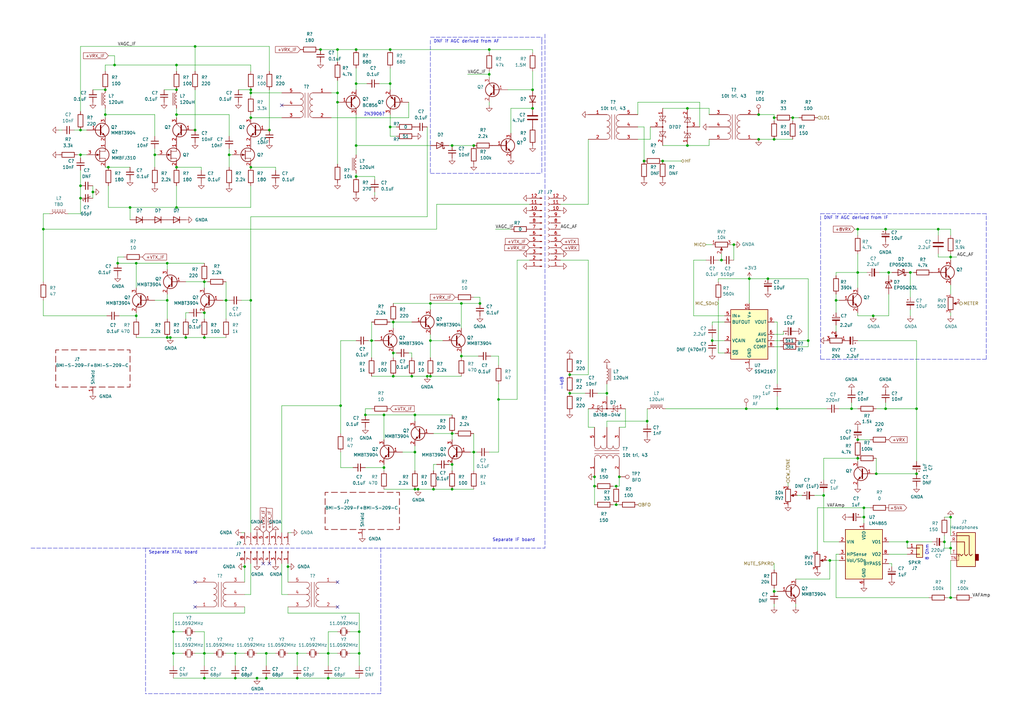
<source format=kicad_sch>
(kicad_sch (version 20211123) (generator eeschema)

  (uuid 0e592cd4-1950-44ef-9727-8e526f4c4e12)

  (paper "A3")

  (title_block
    (title "DART-70 TRX")
    (date "2023-01-15")
    (rev "0")
    (company "HB9EGM")
    (comment 1 "A 4m Band SSB/CW Transceiver")
  )

  

  (junction (at 157.48 191.77) (diameter 0) (color 0 0 0 0)
    (uuid 0079a40d-5664-4eb5-a4a1-35e197c9e578)
  )
  (junction (at 160.02 52.07) (diameter 0) (color 0 0 0 0)
    (uuid 00fc8e1e-afda-4f91-b2e2-9d2566fc305b)
  )
  (junction (at 171.45 200.66) (diameter 0) (color 0 0 0 0)
    (uuid 027f19f3-a3d5-4daa-a96e-c5d9a71c1df8)
  )
  (junction (at 185.42 190.5) (diameter 0) (color 0 0 0 0)
    (uuid 02d8bab6-e62a-43d8-ae0a-47eb8be52f66)
  )
  (junction (at 373.38 111.76) (diameter 0) (color 0 0 0 0)
    (uuid 059f4155-bed3-4fb2-9baa-d569f31b7e5d)
  )
  (junction (at 265.43 172.72) (diameter 0) (color 0 0 0 0)
    (uuid 06536fe5-804c-49ea-be1f-f17d61e41354)
  )
  (junction (at 71.12 259.08) (diameter 0) (color 0 0 0 0)
    (uuid 08e3fbcd-b24c-43b5-a2a5-3ed606084464)
  )
  (junction (at 389.89 212.09) (diameter 0) (color 0 0 0 0)
    (uuid 0964d962-846f-4609-b657-83d8fae25141)
  )
  (junction (at 139.7 166.37) (diameter 0) (color 0 0 0 0)
    (uuid 0a639b6c-6bcd-49c1-9a6e-7344d47860d2)
  )
  (junction (at 134.62 278.13) (diameter 0) (color 0 0 0 0)
    (uuid 0e565d2a-00bb-4f20-8e2e-0f824e8d2762)
  )
  (junction (at 102.87 38.1) (diameter 0) (color 0 0 0 0)
    (uuid 0f8367d0-e4ea-40ae-8dac-4e16d60a532f)
  )
  (junction (at 254 195.58) (diameter 0) (color 0 0 0 0)
    (uuid 14ec63df-7ba1-4b31-a4a0-7e767d727f16)
  )
  (junction (at 38.1 78.74) (diameter 0) (color 0 0 0 0)
    (uuid 173f5655-a774-48b9-985b-3b9523888334)
  )
  (junction (at 170.18 185.42) (diameter 0) (color 0 0 0 0)
    (uuid 17a2367e-a2ff-4b57-83ee-9ab25894ec97)
  )
  (junction (at 363.22 93.98) (diameter 0) (color 0 0 0 0)
    (uuid 1843d2c0-629c-44e7-8460-03ced60a2111)
  )
  (junction (at 176.53 154.305) (diameter 0) (color 0 0 0 0)
    (uuid 1901071a-701e-48b3-9650-22696abf77c4)
  )
  (junction (at 46.99 26.67) (diameter 0) (color 0 0 0 0)
    (uuid 1a164a1f-45a6-43b7-9b64-349463c23d37)
  )
  (junction (at 68.58 123.19) (diameter 0) (color 0 0 0 0)
    (uuid 1a40de25-0d4b-4ee8-8390-eda2db6a3d47)
  )
  (junction (at 83.82 115.57) (diameter 0) (color 0 0 0 0)
    (uuid 1bbdfeb9-0e22-43ad-a9eb-15915db8f44f)
  )
  (junction (at 185.42 59.69) (diameter 0) (color 0 0 0 0)
    (uuid 1c038126-c738-4381-b698-5c33c4341ae8)
  )
  (junction (at 152.4 139.7) (diameter 0) (color 0 0 0 0)
    (uuid 1cfd82c6-a842-46ad-8b6f-e039805269e2)
  )
  (junction (at 80.01 53.34) (diameter 0) (color 0 0 0 0)
    (uuid 1de51305-582b-4628-8092-75c3cf54eea0)
  )
  (junction (at 68.58 138.43) (diameter 0) (color 0 0 0 0)
    (uuid 1df28245-4758-4aa6-85a4-669f880421f4)
  )
  (junction (at 105.41 278.13) (diameter 0) (color 0 0 0 0)
    (uuid 210630ed-a720-499f-8ec9-3630627e1e05)
  )
  (junction (at 149.86 170.18) (diameter 0) (color 0 0 0 0)
    (uuid 222d63d3-68ff-4a04-b7c3-6efd5c4ab9e1)
  )
  (junction (at 44.45 68.58) (diameter 0) (color 0 0 0 0)
    (uuid 22f086a0-4e36-4832-8e1e-3bdb65f5c3f2)
  )
  (junction (at 83.82 278.13) (diameter 0) (color 0 0 0 0)
    (uuid 24fd922c-d488-4d61-b6dc-9d3e359ccc82)
  )
  (junction (at 43.18 36.83) (diameter 0) (color 0 0 0 0)
    (uuid 2583e10f-d237-4b6a-a35d-cff26f964496)
  )
  (junction (at 307.34 114.3) (diameter 0) (color 0 0 0 0)
    (uuid 2792ed93-89db-4e51-99ff-281323e776eb)
  )
  (junction (at 83.82 128.27) (diameter 0) (color 0 0 0 0)
    (uuid 27eaad48-6f2d-40af-b26c-f1f52c055ea8)
  )
  (junction (at 281.94 59.69) (diameter 0) (color 0 0 0 0)
    (uuid 29679519-0074-4244-8bb1-857f21221a1a)
  )
  (junction (at 106.68 -27.94) (diameter 0) (color 0 0 0 0)
    (uuid 2c488362-c230-4f6d-82f9-a229b1171a23)
  )
  (junction (at 185.42 177.8) (diameter 0) (color 0 0 0 0)
    (uuid 2cd3680a-9e9d-4c97-9125-39c64a75e644)
  )
  (junction (at 72.39 46.99) (diameter 0) (color 0 0 0 0)
    (uuid 2d264e2f-7e31-4a17-86c5-13a68ab3ff7e)
  )
  (junction (at 317.5 48.26) (diameter 0) (color 0 0 0 0)
    (uuid 2ee50ef4-e14b-4cdd-b277-09dbc703d671)
  )
  (junction (at 300.99 100.33) (diameter 0) (color 0 0 0 0)
    (uuid 335263d3-7e35-4a9c-83c2-cd71d45f0688)
  )
  (junction (at 55.88 107.95) (diameter 0) (color 0 0 0 0)
    (uuid 33db3197-3c0b-42f2-b18d-c5f4fadafecf)
  )
  (junction (at 354.33 212.09) (diameter 0) (color 0 0 0 0)
    (uuid 3b2c73f9-53a3-4765-953c-46e211379622)
  )
  (junction (at 170.18 170.18) (diameter 0) (color 0 0 0 0)
    (uuid 3bd6009a-f48b-4c66-92de-4d24549b4c7d)
  )
  (junction (at 194.31 59.69) (diameter 0) (color 0 0 0 0)
    (uuid 3bf0f30a-4c02-4011-9e56-5268cd9a18bc)
  )
  (junction (at 271.78 66.04) (diameter 0) (color 0 0 0 0)
    (uuid 3c3ec9ea-2f3e-4d19-9e10-895079fd0f3f)
  )
  (junction (at 146.05 20.32) (diameter 0) (color 0 0 0 0)
    (uuid 3e9deac2-8e86-484c-b76a-a334d0715f66)
  )
  (junction (at 318.77 167.64) (diameter 0) (color 0 0 0 0)
    (uuid 3fae85f6-374f-4472-8821-81e935dc5df4)
  )
  (junction (at 311.15 46.99) (diameter 0) (color 0 0 0 0)
    (uuid 414842e2-7a02-457e-9971-ff5bded25512)
  )
  (junction (at 170.18 200.66) (diameter 0) (color 0 0 0 0)
    (uuid 43c88063-044a-47b7-b010-f3fb76152eec)
  )
  (junction (at 71.12 267.97) (diameter 0) (color 0 0 0 0)
    (uuid 460147d8-e4b6-4910-88e9-07d1ddd6c2df)
  )
  (junction (at 76.2 138.43) (diameter 0) (color 0 0 0 0)
    (uuid 49cc8c43-5c55-4202-ae4f-37f234578cb7)
  )
  (junction (at 83.82 267.97) (diameter 0) (color 0 0 0 0)
    (uuid 4b982f8b-ca29-4ebf-88fc-8a50b24e0802)
  )
  (junction (at 196.85 124.46) (diameter 0) (color 0 0 0 0)
    (uuid 4cd054ee-d881-48b3-84f1-c7ce34322184)
  )
  (junction (at 306.07 167.64) (diameter 0) (color 0 0 0 0)
    (uuid 55b607c4-6a0a-43be-9a40-9897a26f3d0b)
  )
  (junction (at 143.51 -16.51) (diameter 0) (color 0 0 0 0)
    (uuid 578f33ff-8d12-4136-bb61-e55b7655fa5b)
  )
  (junction (at 161.29 154.305) (diameter 0) (color 0 0 0 0)
    (uuid 5823e780-c4ed-4da5-be38-6b405f0da66a)
  )
  (junction (at 189.23 146.05) (diameter 0) (color 0 0 0 0)
    (uuid 5a351350-3bae-4444-b037-df6bea15164c)
  )
  (junction (at 147.32 267.97) (diameter 0) (color 0 0 0 0)
    (uuid 5c4341e3-29f4-4014-ad6b-9b4cb50156a6)
  )
  (junction (at 118.11 232.41) (diameter 0) (color 0 0 0 0)
    (uuid 5d58706a-c013-405c-9112-847886006796)
  )
  (junction (at 134.62 267.97) (diameter 0) (color 0 0 0 0)
    (uuid 5dbda758-e74b-4ccf-ad68-495d537d68ba)
  )
  (junction (at 55.88 129.54) (diameter 0) (color 0 0 0 0)
    (uuid 5dc5b75f-c40f-4eb5-8b75-54744890a0ec)
  )
  (junction (at 152.4 -16.51) (diameter 0) (color 0 0 0 0)
    (uuid 5ed637ac-40ac-434c-a406-609e25d3658d)
  )
  (junction (at 147.32 259.08) (diameter 0) (color 0 0 0 0)
    (uuid 5fc44bfc-3a32-42f5-89ff-303d655beeb1)
  )
  (junction (at 146.05 72.39) (diameter 0) (color 0 0 0 0)
    (uuid 611c0051-64b3-4ff6-b51a-6ea814324060)
  )
  (junction (at 317.5 57.15) (diameter 0) (color 0 0 0 0)
    (uuid 62cd3edc-a5f4-4820-bbe7-c3279ef20997)
  )
  (junction (at 384.81 93.98) (diameter 0) (color 0 0 0 0)
    (uuid 62ed984b-c070-4de1-bd86-30aeb09fb9cd)
  )
  (junction (at 243.84 195.58) (diameter 0) (color 0 0 0 0)
    (uuid 666e4a05-1237-4554-b21f-427292bd8e37)
  )
  (junction (at 375.92 194.31) (diameter 0) (color 0 0 0 0)
    (uuid 707b1436-6255-4e74-ac3c-e365f258d4c7)
  )
  (junction (at 72.39 85.09) (diameter 0) (color 0 0 0 0)
    (uuid 711716b4-cb3c-40a8-915f-7a9cd1c1a345)
  )
  (junction (at -55.88 204.47) (diameter 0) (color 0 0 0 0)
    (uuid 7167e0fb-15b0-446d-969c-ecf63e50097d)
  )
  (junction (at 43.18 46.99) (diameter 0) (color 0 0 0 0)
    (uuid 79aa4561-3272-488a-aacc-d24a783bf3fa)
  )
  (junction (at 233.68 153.67) (diameter 0) (color 0 0 0 0)
    (uuid 7d85be9d-ee09-4a04-83f5-7c03bb72f90d)
  )
  (junction (at 204.47 163.83) (diameter 0) (color 0 0 0 0)
    (uuid 7df221bc-d289-44d1-b3e3-f9267f8abe4a)
  )
  (junction (at 92.71 123.19) (diameter 0) (color 0 0 0 0)
    (uuid 7e24b7ef-d016-426d-a42c-f65bd87459d1)
  )
  (junction (at 68.58 107.95) (diameter 0) (color 0 0 0 0)
    (uuid 7f16053c-1ac6-44e1-ad45-53333cd51424)
  )
  (junction (at 340.36 229.87) (diameter 0) (color 0 0 0 0)
    (uuid 82805698-6948-4458-acba-8dc2adc02007)
  )
  (junction (at 314.96 114.3) (diameter 0) (color 0 0 0 0)
    (uuid 86a34ff8-9697-4394-b32e-9c903027c8af)
  )
  (junction (at 375.92 167.64) (diameter 0) (color 0 0 0 0)
    (uuid 87de6167-efcd-419e-8646-4ba5a69ecc7b)
  )
  (junction (at 138.43 20.32) (diameter 0) (color 0 0 0 0)
    (uuid 89924c9d-894c-4783-bb98-91fe4fffc426)
  )
  (junction (at 83.82 138.43) (diameter 0) (color 0 0 0 0)
    (uuid 8b0bcfdc-3f55-4e36-b156-0996ed2b4911)
  )
  (junction (at 387.35 222.25) (diameter 0) (color 0 0 0 0)
    (uuid 8d612602-5cc8-45dd-a943-2a29be4b9ede)
  )
  (junction (at 337.82 203.2) (diameter 0) (color 0 0 0 0)
    (uuid 8f57152a-781e-4e8e-b36c-e81f9a864e3b)
  )
  (junction (at 252.73 207.01) (diameter 0) (color 0 0 0 0)
    (uuid 900aee6e-8ffc-4f8c-8a6e-d8e7689e7086)
  )
  (junction (at 93.98 63.5) (diameter 0) (color 0 0 0 0)
    (uuid 91049a94-ccf8-463e-ab05-8a76a56be653)
  )
  (junction (at 33.02 63.5) (diameter 0) (color 0 0 0 0)
    (uuid 9134413a-edf3-40ce-9ec2-93a536746842)
  )
  (junction (at 325.12 48.26) (diameter 0) (color 0 0 0 0)
    (uuid 92648d78-a89e-450a-9d5a-f375414e510f)
  )
  (junction (at 102.87 123.19) (diameter 0) (color 0 0 0 0)
    (uuid 9488cf71-6f2d-4a7f-a6b7-c400e1a80d31)
  )
  (junction (at 138.43 38.1) (diameter 0) (color 0 0 0 0)
    (uuid 94a7e072-a853-4895-a974-0e863ac9edc2)
  )
  (junction (at 96.52 267.97) (diameter 0) (color 0 0 0 0)
    (uuid 9666bb6a-0c1d-4c92-be6d-94a465ec5c51)
  )
  (junction (at 389.89 224.79) (diameter 0) (color 0 0 0 0)
    (uuid 98a1742d-cc82-4a66-87b4-845a0462a9e4)
  )
  (junction (at 72.39 26.67) (diameter 0) (color 0 0 0 0)
    (uuid 994aaeb0-a945-4297-8f22-64b15ec2470b)
  )
  (junction (at 146.05 34.29) (diameter 0) (color 0 0 0 0)
    (uuid a4ec02e9-e140-4dcc-958f-47f7624526cb)
  )
  (junction (at 69.85 138.43) (diameter 0) (color 0 0 0 0)
    (uuid a63ebd0a-4113-4e01-a518-d579deedd3ce)
  )
  (junction (at 351.79 93.98) (diameter 0) (color 0 0 0 0)
    (uuid a65cad0c-0ef1-4ea5-a965-4eae7ac1f6af)
  )
  (junction (at 349.25 167.64) (diameter 0) (color 0 0 0 0)
    (uuid a7cad282-51c3-4f24-be5e-311c2c5e959b)
  )
  (junction (at 317.5 242.57) (diameter 0) (color 0 0 0 0)
    (uuid a81b6768-8ab7-4398-923e-af4751f24292)
  )
  (junction (at 218.44 44.45) (diameter 0) (color 0 0 0 0)
    (uuid a8675aa5-24f4-4a65-9564-259800e24a61)
  )
  (junction (at 100.33 232.41) (diameter 0) (color 0 0 0 0)
    (uuid aa537d78-628c-458e-8a08-c2dae82aca82)
  )
  (junction (at 185.42 200.66) (diameter 0) (color 0 0 0 0)
    (uuid ab5a5163-9113-4726-bc7a-7e25f5bcb137)
  )
  (junction (at 342.9 123.19) (diameter 0) (color 0 0 0 0)
    (uuid ac0e5582-f44c-4bc2-8ae7-2c3f1115fb00)
  )
  (junction (at 295.91 106.68) (diameter 0) (color 0 0 0 0)
    (uuid ad2d033c-4040-4813-b5da-82cf827f9d86)
  )
  (junction (at 109.22 267.97) (diameter 0) (color 0 0 0 0)
    (uuid ad485fa9-ca4c-467a-b6d9-302ae2ec4eaa)
  )
  (junction (at 109.22 278.13) (diameter 0) (color 0 0 0 0)
    (uuid aed41e50-066a-4d5d-9b35-33c86a58f817)
  )
  (junction (at 161.29 144.78) (diameter 0) (color 0 0 0 0)
    (uuid af8bae6a-8757-4f16-b0d0-abb737783e95)
  )
  (junction (at 33.02 53.34) (diameter 0) (color 0 0 0 0)
    (uuid b046cbfe-7bd9-4ac8-9c60-a84b90a07076)
  )
  (junction (at 146.05 59.69) (diameter 0) (color 0 0 0 0)
    (uuid b0bd599f-5320-4de4-9844-b1248597f45d)
  )
  (junction (at 354.33 208.28) (diameter 0) (color 0 0 0 0)
    (uuid b2c93e47-1b35-4bce-b217-c95c59af9fea)
  )
  (junction (at 200.66 30.48) (diameter 0) (color 0 0 0 0)
    (uuid b52e2ac1-1ad4-4299-a3b7-5950aeda9b09)
  )
  (junction (at 189.23 124.46) (diameter 0) (color 0 0 0 0)
    (uuid b675e2b2-25bf-4b3b-b437-094260cb114b)
  )
  (junction (at 359.41 194.31) (diameter 0) (color 0 0 0 0)
    (uuid b67c5032-3958-4f67-8cff-2bc749aa2559)
  )
  (junction (at 331.47 139.7) (diameter 0) (color 0 0 0 0)
    (uuid b6a3e709-356a-4a55-ac00-07ba73afac37)
  )
  (junction (at 175.26 154.305) (diameter 0) (color 0 0 0 0)
    (uuid b7b19b43-333b-4f4a-a3cd-98293e66d1bd)
  )
  (junction (at 363.22 167.64) (diameter 0) (color 0 0 0 0)
    (uuid b9f8b708-1745-43ec-9646-59495cbc6e07)
  )
  (junction (at 33.02 76.2) (diameter 0) (color 0 0 0 0)
    (uuid bb8014a4-ec9e-4ad1-bfc4-5862db6dd16f)
  )
  (junction (at 110.49 53.34) (diameter 0) (color 0 0 0 0)
    (uuid bb8fc86a-138e-468d-a6f3-4d425bea2798)
  )
  (junction (at 243.84 199.39) (diameter 0) (color 0 0 0 0)
    (uuid bbd7fe45-0b91-4486-a44b-59dbf8a4baa0)
  )
  (junction (at 102.87 48.26) (diameter 0) (color 0 0 0 0)
    (uuid bcb7b50e-e30b-4748-9ad3-15fd19268fd8)
  )
  (junction (at 72.39 36.83) (diameter 0) (color 0 0 0 0)
    (uuid bdd38f4a-d1f5-49ea-86a0-7074369f7406)
  )
  (junction (at 389.89 245.11) (diameter 0) (color 0 0 0 0)
    (uuid bff74fb8-2e53-4140-9d30-8bb9b336dda4)
  )
  (junction (at 351.79 187.96) (diameter 0) (color 0 0 0 0)
    (uuid c07980be-125c-4459-be81-f2b8371f5ae2)
  )
  (junction (at 138.43 41.91) (diameter 0) (color 0 0 0 0)
    (uuid c41a688f-80a3-4252-bb37-134631846db3)
  )
  (junction (at 176.53 139.7) (diameter 0) (color 0 0 0 0)
    (uuid c56d43d7-d576-4bc7-8ab7-d28306d83cba)
  )
  (junction (at 121.92 278.13) (diameter 0) (color 0 0 0 0)
    (uuid c8816f2b-d043-4f02-8988-815e5e7435ee)
  )
  (junction (at 121.92 267.97) (diameter 0) (color 0 0 0 0)
    (uuid ca2ddb3d-eff7-4148-ac57-d5c14ba8be31)
  )
  (junction (at 17.78 93.98) (diameter 0) (color 0 0 0 0)
    (uuid ca8cd7c2-9359-47e5-b7a5-1cfc1efe8ce1)
  )
  (junction (at 48.26 107.95) (diameter 0) (color 0 0 0 0)
    (uuid cc03e36c-5f2a-4c8f-aae8-d314a1f96869)
  )
  (junction (at 102.87 36.83) (diameter 0) (color 0 0 0 0)
    (uuid cf4a7a0f-4b62-4a14-8810-1f9be9bb8bca)
  )
  (junction (at 33.02 81.28) (diameter 0) (color 0 0 0 0)
    (uuid cfa6195a-5066-4377-9f73-1328281e7e8b)
  )
  (junction (at 96.52 278.13) (diameter 0) (color 0 0 0 0)
    (uuid d3e01bdf-5c14-407f-80a1-1d934fc04fab)
  )
  (junction (at 194.31 185.42) (diameter 0) (color 0 0 0 0)
    (uuid d46cfddd-ae59-45a8-a05e-501b77d91351)
  )
  (junction (at 168.91 154.305) (diameter 0) (color 0 0 0 0)
    (uuid d54016b1-7373-4445-9268-a10a87031d2a)
  )
  (junction (at 351.79 180.34) (diameter 0) (color 0 0 0 0)
    (uuid d5f44e34-1e33-4144-aa30-1db4271bb385)
  )
  (junction (at 72.39 68.58) (diameter 0) (color 0 0 0 0)
    (uuid d5fa5081-044e-4305-8f5d-d2a56bf86d29)
  )
  (junction (at 372.11 222.25) (diameter 0) (color 0 0 0 0)
    (uuid d6fda246-3399-48cd-8a06-99bbdf8c75e4)
  )
  (junction (at 102.87 68.58) (diameter 0) (color 0 0 0 0)
    (uuid d703d54e-2823-4563-98c8-59d8b8b54fec)
  )
  (junction (at 177.8 200.66) (diameter 0) (color 0 0 0 0)
    (uuid d774c163-0e71-4e59-99e8-33a6c910c00d)
  )
  (junction (at 157.48 170.18) (diameter 0) (color 0 0 0 0)
    (uuid dcdfeb28-863e-4a43-ad64-f6e45863b4d7)
  )
  (junction (at 131.445 20.32) (diameter 0) (color 0 0 0 0)
    (uuid ddaaa428-40ee-45ee-a789-6961e25a11bb)
  )
  (junction (at 53.34 85.09) (diameter 0) (color 0 0 0 0)
    (uuid df231e82-dc0c-49c1-a01b-d2be84591ff3)
  )
  (junction (at 364.49 111.76) (diameter 0) (color 0 0 0 0)
    (uuid e3903eeb-8b72-4b40-a088-cbbba270c01b)
  )
  (junction (at 160.02 20.32) (diameter 0) (color 0 0 0 0)
    (uuid e68e2295-e5ad-41e7-931d-7bf2c40e2981)
  )
  (junction (at 63.5 63.5) (diameter 0) (color 0 0 0 0)
    (uuid e736b041-4756-4726-980f-1b93cf00a2ad)
  )
  (junction (at 389.89 105.41) (diameter 0) (color 0 0 0 0)
    (uuid e8558fbd-ea42-43a6-966a-7bd304bdfaad)
  )
  (junction (at 351.79 111.76) (diameter 0) (color 0 0 0 0)
    (uuid eac540a2-0555-4530-b9cb-9b037a65c0a7)
  )
  (junction (at 161.29 132.08) (diameter 0) (color 0 0 0 0)
    (uuid ebb47292-9f48-4312-b342-46b912c5cc5e)
  )
  (junction (at 218.44 36.83) (diameter 0) (color 0 0 0 0)
    (uuid ecba702e-9fb5-4bd7-9b08-5197492ec54b)
  )
  (junction (at 264.16 66.04) (diameter 0) (color 0 0 0 0)
    (uuid f056ea50-55b1-41e7-b494-b5d2ecc55c1b)
  )
  (junction (at 358.14 129.54) (diameter 0) (color 0 0 0 0)
    (uuid f0f3907b-44e3-4106-9f24-d8ce836b6bb0)
  )
  (junction (at 200.66 20.32) (diameter 0) (color 0 0 0 0)
    (uuid f1a9e2a2-6347-4852-b335-cf8402c433a4)
  )
  (junction (at 311.15 57.15) (diameter 0) (color 0 0 0 0)
    (uuid f3285ed9-855d-4b3c-9145-ed9dbda7a1d9)
  )
  (junction (at 176.53 124.46) (diameter 0) (color 0 0 0 0)
    (uuid f48610b4-7716-4660-a4c1-c570d7241e98)
  )
  (junction (at 281.94 44.45) (diameter 0) (color 0 0 0 0)
    (uuid f9728ce1-58db-4b51-bb92-9b665142c745)
  )
  (junction (at 160.02 34.29) (diameter 0) (color 0 0 0 0)
    (uuid fb5d1a59-18d1-49ea-b504-10e76cce8897)
  )
  (junction (at 233.68 161.29) (diameter 0) (color 0 0 0 0)
    (uuid fc4d1f83-01a0-4988-9e5c-365dd357721b)
  )
  (junction (at 252.73 199.39) (diameter 0) (color 0 0 0 0)
    (uuid fdfa5510-42f0-4453-abc9-e2662aed6431)
  )
  (junction (at 292.1 139.7) (diameter 0) (color 0 0 0 0)
    (uuid fe2b05f5-675b-44d0-956c-c5829b7c692a)
  )
  (junction (at 80.01 19.05) (diameter 0) (color 0 0 0 0)
    (uuid fe2ce942-d4c5-4b3f-a09e-cda9276450f6)
  )
  (junction (at 248.92 161.29) (diameter 0) (color 0 0 0 0)
    (uuid ff5fdf11-1f23-47b6-b215-cb1e13c6ad45)
  )

  (no_connect (at 107.95 231.14) (uuid 2b99a1e6-5f67-436f-9ed5-38e8bfd4c142))
  (no_connect (at 80.01 238.76) (uuid 382f6523-39c3-438d-a8ea-2e19bf34dd0b))
  (no_connect (at 138.43 238.76) (uuid 6233d005-eb70-4c19-96e7-6812a42d8ac4))
  (no_connect (at 80.01 248.92) (uuid 6b3a4c26-900d-494c-ad91-86b75f9a6237))
  (no_connect (at 115.57 43.18) (uuid afdb3662-3196-4d9d-b0e8-7f416bb5cd4f))
  (no_connect (at 138.43 248.92) (uuid e98f509c-3ea1-4963-8ff6-1a9fffffbcb3))
  (no_connect (at 110.49 231.14) (uuid ee08a6c2-528a-478b-9089-08fe9a37ec7e))

  (wire (pts (xy 138.43 20.32) (xy 138.43 25.4))
    (stroke (width 0) (type default) (color 0 0 0 0))
    (uuid 00c27d59-c437-4bee-9cde-cbd48a34e31b)
  )
  (wire (pts (xy 17.78 93.98) (xy 17.78 115.57))
    (stroke (width 0) (type default) (color 0 0 0 0))
    (uuid 00ffa92a-629b-4baa-81dc-b693705154cf)
  )
  (wire (pts (xy 331.47 142.24) (xy 327.66 142.24))
    (stroke (width 0) (type default) (color 0 0 0 0))
    (uuid 01caafb3-af8a-4642-870c-c290b286d040)
  )
  (wire (pts (xy 177.8 177.8) (xy 185.42 177.8))
    (stroke (width 0) (type default) (color 0 0 0 0))
    (uuid 01f0181c-303d-46c7-ba34-20eee1c48cd1)
  )
  (wire (pts (xy 170.18 185.42) (xy 165.1 185.42))
    (stroke (width 0) (type default) (color 0 0 0 0))
    (uuid 0222c276-ce98-44cf-9ac7-d0d00163570d)
  )
  (wire (pts (xy 153.67 80.01) (xy 153.67 78.74))
    (stroke (width 0) (type default) (color 0 0 0 0))
    (uuid 027fc545-8a42-4646-8424-467711418116)
  )
  (wire (pts (xy 170.18 200.66) (xy 157.48 200.66))
    (stroke (width 0) (type default) (color 0 0 0 0))
    (uuid 035d062f-f875-4853-8ca1-a348c3967bb1)
  )
  (wire (pts (xy 185.42 59.69) (xy 194.31 59.69))
    (stroke (width 0) (type default) (color 0 0 0 0))
    (uuid 03dd13e2-d89f-47ed-8a2f-ce75e7a97ef3)
  )
  (wire (pts (xy 134.62 267.97) (xy 138.43 267.97))
    (stroke (width 0) (type default) (color 0 0 0 0))
    (uuid 042fe62b-53aa-4e86-97d0-9ccb1e16a895)
  )
  (wire (pts (xy 294.64 144.78) (xy 297.18 144.78))
    (stroke (width 0) (type default) (color 0 0 0 0))
    (uuid 04868f85-bc69-4fa9-8e62-d78ffe5ae58e)
  )
  (wire (pts (xy 102.87 76.2) (xy 102.87 85.09))
    (stroke (width 0) (type default) (color 0 0 0 0))
    (uuid 066671d9-1fdf-4a05-a7e7-cadb7d44b89f)
  )
  (wire (pts (xy 243.84 199.39) (xy 243.84 207.01))
    (stroke (width 0) (type default) (color 0 0 0 0))
    (uuid 0734ff63-3ff1-4961-8ab2-1fd864a1b83d)
  )
  (wire (pts (xy 80.01 259.08) (xy 83.82 259.08))
    (stroke (width 0) (type default) (color 0 0 0 0))
    (uuid 082d865b-0a4e-49c3-b18b-be47fd4a465a)
  )
  (wire (pts (xy 373.38 111.76) (xy 373.38 121.92))
    (stroke (width 0) (type default) (color 0 0 0 0))
    (uuid 09321bf4-1ea1-49b5-b1f9-ac29d6606a74)
  )
  (wire (pts (xy 170.18 170.18) (xy 157.48 170.18))
    (stroke (width 0) (type default) (color 0 0 0 0))
    (uuid 0943dfff-08fd-4176-a97a-8e271f47b148)
  )
  (wire (pts (xy 53.34 85.09) (xy 53.34 90.17))
    (stroke (width 0) (type default) (color 0 0 0 0))
    (uuid 0a0c053c-54e0-4f14-b909-036d0c5fbf08)
  )
  (wire (pts (xy 185.42 177.8) (xy 185.42 180.34))
    (stroke (width 0) (type default) (color 0 0 0 0))
    (uuid 0a80373e-7854-41a7-8441-30fd81967887)
  )
  (wire (pts (xy 63.5 46.99) (xy 43.18 46.99))
    (stroke (width 0) (type default) (color 0 0 0 0))
    (uuid 0b5e9f79-a50b-4078-b2be-eff1d45ab7fc)
  )
  (wire (pts (xy 93.98 123.19) (xy 92.71 123.19))
    (stroke (width 0) (type default) (color 0 0 0 0))
    (uuid 0d6c967f-86f5-44e5-9340-027d68bcbf47)
  )
  (wire (pts (xy 33.02 69.85) (xy 33.02 76.2))
    (stroke (width 0) (type default) (color 0 0 0 0))
    (uuid 0dc79dd3-c584-4173-b914-e6a8bcd18e45)
  )
  (wire (pts (xy 351.79 104.14) (xy 351.79 111.76))
    (stroke (width 0) (type default) (color 0 0 0 0))
    (uuid 0e1c6bbc-4cc4-4ce9-b48a-8292bb286da8)
  )
  (wire (pts (xy 99.06 218.44) (xy 100.33 218.44))
    (stroke (width 0) (type default) (color 0 0 0 0))
    (uuid 0ef33a4f-7d4b-4740-be50-b4eb0bca14f1)
  )
  (wire (pts (xy 118.11 232.41) (xy 118.11 231.14))
    (stroke (width 0) (type default) (color 0 0 0 0))
    (uuid 0f4b5c7f-79aa-4c46-b222-58e7e288b195)
  )
  (wire (pts (xy 295.91 104.14) (xy 295.91 106.68))
    (stroke (width 0) (type default) (color 0 0 0 0))
    (uuid 100847e3-630c-4c13-ba45-180e92370805)
  )
  (wire (pts (xy 264.16 52.07) (xy 264.16 66.04))
    (stroke (width 0) (type default) (color 0 0 0 0))
    (uuid 10bd27b2-1d07-444a-9776-fc259e0db345)
  )
  (wire (pts (xy 177.8 200.66) (xy 171.45 200.66))
    (stroke (width 0) (type default) (color 0 0 0 0))
    (uuid 11ac1ac8-72b6-43ed-915e-50f87561daf8)
  )
  (wire (pts (xy 337.82 201.93) (xy 337.82 203.2))
    (stroke (width 0) (type default) (color 0 0 0 0))
    (uuid 15e1025c-faeb-49ff-aaa3-6ba9acaabd98)
  )
  (wire (pts (xy 340.36 229.87) (xy 339.09 229.87))
    (stroke (width 0) (type default) (color 0 0 0 0))
    (uuid 15e6ceaa-8f70-4b35-984a-690822d99240)
  )
  (wire (pts (xy 218.44 21.59) (xy 218.44 20.32))
    (stroke (width 0) (type default) (color 0 0 0 0))
    (uuid 1606d99f-0508-4f2e-b63b-47e62c4312ee)
  )
  (wire (pts (xy 351.79 93.98) (xy 351.79 96.52))
    (stroke (width 0) (type default) (color 0 0 0 0))
    (uuid 16aa2316-1a67-45e5-b6c4-e59dd85814f4)
  )
  (wire (pts (xy 152.4 139.7) (xy 152.4 146.685))
    (stroke (width 0) (type default) (color 0 0 0 0))
    (uuid 181a0519-5d09-430c-a94d-2385f8d9ebdc)
  )
  (wire (pts (xy 157.48 170.18) (xy 149.86 170.18))
    (stroke (width 0) (type default) (color 0 0 0 0))
    (uuid 18723066-b973-43bf-8bbf-4c210121a928)
  )
  (wire (pts (xy 157.48 191.77) (xy 149.86 191.77))
    (stroke (width 0) (type default) (color 0 0 0 0))
    (uuid 19a56892-f9d5-4508-ab75-59721c555275)
  )
  (wire (pts (xy 317.5 248.92) (xy 317.5 247.65))
    (stroke (width 0) (type default) (color 0 0 0 0))
    (uuid 1a85ffd6-ef8b-418f-990e-456d1ffab00e)
  )
  (wire (pts (xy 209.55 44.45) (xy 209.55 54.61))
    (stroke (width 0) (type default) (color 0 0 0 0))
    (uuid 1a9613ab-fb34-4a02-8365-aadaa421dfaf)
  )
  (wire (pts (xy 342.9 111.76) (xy 351.79 111.76))
    (stroke (width 0) (type default) (color 0 0 0 0))
    (uuid 1a9f0d73-6986-450b-8da5-dca8d718cd0d)
  )
  (wire (pts (xy 27.94 87.63) (xy 33.02 87.63))
    (stroke (width 0) (type default) (color 0 0 0 0))
    (uuid 1bc5b33c-8495-490e-9374-d1f85e319858)
  )
  (wire (pts (xy 134.62 278.13) (xy 147.32 278.13))
    (stroke (width 0) (type default) (color 0 0 0 0))
    (uuid 1d8cbdb8-b0d5-4f06-84c8-05770b7e9555)
  )
  (wire (pts (xy 218.44 20.32) (xy 200.66 20.32))
    (stroke (width 0) (type default) (color 0 0 0 0))
    (uuid 1ddbded3-4d65-49ba-8123-18c72e4b7f4a)
  )
  (wire (pts (xy 83.82 107.95) (xy 68.58 107.95))
    (stroke (width 0) (type default) (color 0 0 0 0))
    (uuid 1e86fcd5-a5d7-4cdd-9821-faca1c13d4bc)
  )
  (wire (pts (xy 185.42 200.66) (xy 177.8 200.66))
    (stroke (width 0) (type default) (color 0 0 0 0))
    (uuid 1f1052c4-d15a-450f-8bb0-3cc3f3592607)
  )
  (wire (pts (xy 93.98 60.96) (xy 93.98 63.5))
    (stroke (width 0) (type default) (color 0 0 0 0))
    (uuid 1f1c22b1-15a3-4e28-88a5-25ba2fbef197)
  )
  (wire (pts (xy 243.84 195.58) (xy 243.84 199.39))
    (stroke (width 0) (type default) (color 0 0 0 0))
    (uuid 1f719a87-1f83-4b82-896e-eb44e9afc694)
  )
  (wire (pts (xy 83.82 259.08) (xy 83.82 267.97))
    (stroke (width 0) (type default) (color 0 0 0 0))
    (uuid 1fd73780-e017-4e2c-9674-56cb6f09dc2d)
  )
  (wire (pts (xy 118.11 251.46) (xy 147.32 251.46))
    (stroke (width 0) (type default) (color 0 0 0 0))
    (uuid 2163a967-be2d-4344-a94d-f1b8da3dc3a3)
  )
  (wire (pts (xy 139.7 177.8) (xy 139.7 166.37))
    (stroke (width 0) (type default) (color 0 0 0 0))
    (uuid 21a5d817-fc98-4bb3-9855-c8710ef862db)
  )
  (wire (pts (xy 55.88 107.95) (xy 48.26 107.95))
    (stroke (width 0) (type default) (color 0 0 0 0))
    (uuid 21ab1c66-7b64-491c-91e9-58d6530a3a75)
  )
  (wire (pts (xy 384.81 104.14) (xy 384.81 105.41))
    (stroke (width 0) (type default) (color 0 0 0 0))
    (uuid 22591446-6d82-47ac-b525-9e9deb496c8c)
  )
  (wire (pts (xy 317.5 231.14) (xy 317.5 233.68))
    (stroke (width 0) (type default) (color 0 0 0 0))
    (uuid 226f524c-89b4-46ed-86fd-c8ea41059fd4)
  )
  (wire (pts (xy 218.44 29.21) (xy 218.44 36.83))
    (stroke (width 0) (type default) (color 0 0 0 0))
    (uuid 231e5ae4-1791-4485-9a32-a64456488009)
  )
  (wire (pts (xy 290.83 57.15) (xy 290.83 59.69))
    (stroke (width 0) (type default) (color 0 0 0 0))
    (uuid 24e4c8b7-7963-4a14-b3e0-4b86218811d3)
  )
  (wire (pts (xy 351.79 139.7) (xy 375.92 139.7))
    (stroke (width 0) (type default) (color 0 0 0 0))
    (uuid 25098066-9a17-4284-9f99-e2e221c69cf1)
  )
  (wire (pts (xy 102.87 38.1) (xy 102.87 36.83))
    (stroke (width 0) (type default) (color 0 0 0 0))
    (uuid 25347fbb-8744-4d15-9949-de9866144f81)
  )
  (wire (pts (xy 72.39 26.67) (xy 102.87 26.67))
    (stroke (width 0) (type default) (color 0 0 0 0))
    (uuid 2556849b-244d-40cf-86de-101d00a3273d)
  )
  (wire (pts (xy 67.31 36.83) (xy 72.39 36.83))
    (stroke (width 0) (type default) (color 0 0 0 0))
    (uuid 25b40549-5004-4a9f-8c83-45a4561f2c44)
  )
  (wire (pts (xy 261.62 52.07) (xy 264.16 52.07))
    (stroke (width 0) (type default) (color 0 0 0 0))
    (uuid 261eb6dc-d5dd-4e47-8bce-04c77069621a)
  )
  (wire (pts (xy 46.99 22.86) (xy 46.99 26.67))
    (stroke (width 0) (type default) (color 0 0 0 0))
    (uuid 27937394-9bb7-48f6-a154-02c32eca1c67)
  )
  (wire (pts (xy 161.29 154.305) (xy 168.91 154.305))
    (stroke (width 0) (type default) (color 0 0 0 0))
    (uuid 27e1d8d6-2bc0-4cea-9969-6b82ca7095f9)
  )
  (wire (pts (xy 146.05 46.99) (xy 146.05 59.69))
    (stroke (width 0) (type default) (color 0 0 0 0))
    (uuid 287f053d-d517-4f77-a833-8d255e7a9f3f)
  )
  (wire (pts (xy 92.71 115.57) (xy 92.71 123.19))
    (stroke (width 0) (type default) (color 0 0 0 0))
    (uuid 29752e1f-ceb1-496b-a11e-902d7342a59b)
  )
  (wire (pts (xy 138.43 38.1) (xy 138.43 41.91))
    (stroke (width 0) (type default) (color 0 0 0 0))
    (uuid 2a63233b-a7a2-4c59-82c8-58a12efecada)
  )
  (wire (pts (xy 93.98 63.5) (xy 95.25 63.5))
    (stroke (width 0) (type default) (color 0 0 0 0))
    (uuid 2afd810b-02fc-4ddc-b23c-b8689ad0ab1d)
  )
  (wire (pts (xy 297.18 132.08) (xy 292.1 132.08))
    (stroke (width 0) (type default) (color 0 0 0 0))
    (uuid 2b878984-ad62-40d5-87be-d30f465ae2b3)
  )
  (wire (pts (xy 389.89 120.65) (xy 389.89 116.84))
    (stroke (width 0) (type default) (color 0 0 0 0))
    (uuid 2b894b8a-c098-4d9d-be0f-2ef41dea274e)
  )
  (wire (pts (xy 115.57 218.44) (xy 115.57 166.37))
    (stroke (width 0) (type default) (color 0 0 0 0))
    (uuid 2b95ba84-89c5-4087-8627-4193621a6b38)
  )
  (wire (pts (xy 138.43 259.08) (xy 134.62 259.08))
    (stroke (width 0) (type default) (color 0 0 0 0))
    (uuid 2ba6a5e2-be81-4fda-a558-a7c1489b8584)
  )
  (wire (pts (xy 147.32 273.05) (xy 147.32 267.97))
    (stroke (width 0) (type default) (color 0 0 0 0))
    (uuid 2e6b1f7e-e4c3-43a1-ae90-c85aa40696d5)
  )
  (wire (pts (xy 130.81 267.97) (xy 134.62 267.97))
    (stroke (width 0) (type default) (color 0 0 0 0))
    (uuid 2ec9be40-1d5a-4e2d-8a4d-4be2d3c079d5)
  )
  (wire (pts (xy 151.13 139.7) (xy 152.4 139.7))
    (stroke (width 0) (type default) (color 0 0 0 0))
    (uuid 2ee5db93-e045-43b1-b2f4-b1eedffa6759)
  )
  (wire (pts (xy 204.47 146.05) (xy 204.47 149.86))
    (stroke (width 0) (type default) (color 0 0 0 0))
    (uuid 2fccfe76-be69-493a-9fa1-d6c4465132bf)
  )
  (wire (pts (xy 241.3 175.26) (xy 243.84 175.26))
    (stroke (width 0) (type default) (color 0 0 0 0))
    (uuid 2fe69b18-d697-473e-86f6-288c8afe39fa)
  )
  (wire (pts (xy 281.94 44.45) (xy 290.83 44.45))
    (stroke (width 0) (type default) (color 0 0 0 0))
    (uuid 306c58e8-628e-47f3-98f7-56966b54150f)
  )
  (wire (pts (xy 102.87 39.37) (xy 102.87 38.1))
    (stroke (width 0) (type default) (color 0 0 0 0))
    (uuid 31405bcc-b3b5-4799-beda-e88762b1ff65)
  )
  (wire (pts (xy 102.87 85.09) (xy 72.39 85.09))
    (stroke (width 0) (type default) (color 0 0 0 0))
    (uuid 314a73cd-4340-4691-9097-14e559730536)
  )
  (wire (pts (xy 175.26 52.07) (xy 175.26 88.9))
    (stroke (width 0) (type default) (color 0 0 0 0))
    (uuid 31e541fe-e778-4230-abe9-6d86f13e6f6a)
  )
  (wire (pts (xy 110.49 19.05) (xy 110.49 29.21))
    (stroke (width 0) (type default) (color 0 0 0 0))
    (uuid 3276e29e-f986-4a1b-866c-9d3cbd2e5d3d)
  )
  (wire (pts (xy 176.53 124.46) (xy 176.53 127))
    (stroke (width 0) (type default) (color 0 0 0 0))
    (uuid 32c3ba09-2122-4e88-ae1d-bdb8279a8818)
  )
  (wire (pts (xy 248.92 157.48) (xy 248.92 161.29))
    (stroke (width 0) (type default) (color 0 0 0 0))
    (uuid 32c84bda-e40f-4e2f-9fd7-361368fa7381)
  )
  (wire (pts (xy 157.48 180.34) (xy 157.48 170.18))
    (stroke (width 0) (type default) (color 0 0 0 0))
    (uuid 32d50c10-a20b-414f-afaf-7821cceaf33a)
  )
  (wire (pts (xy 317.5 241.3) (xy 317.5 242.57))
    (stroke (width 0) (type default) (color 0 0 0 0))
    (uuid 33891c62-a79f-4243-b776-6be292690ac3)
  )
  (wire (pts (xy 289.56 106.68) (xy 284.48 106.68))
    (stroke (width 0) (type default) (color 0 0 0 0))
    (uuid 33b48673-c959-4510-b6fa-fd3f7bdb00fd)
  )
  (wire (pts (xy 327.66 139.7) (xy 331.47 139.7))
    (stroke (width 0) (type default) (color 0 0 0 0))
    (uuid 33b6dbe8-d555-4f35-a63c-27c75fa09ca7)
  )
  (wire (pts (xy 83.82 128.27) (xy 83.82 130.81))
    (stroke (width 0) (type default) (color 0 0 0 0))
    (uuid 340b7fe7-4f71-4fb5-8d3e-955b9a4ee03d)
  )
  (wire (pts (xy 171.45 200.66) (xy 170.18 200.66))
    (stroke (width 0) (type default) (color 0 0 0 0))
    (uuid 341e0f4b-92fa-44cf-9e72-3a5fc025563e)
  )
  (wire (pts (xy 76.2 128.27) (xy 76.2 130.81))
    (stroke (width 0) (type default) (color 0 0 0 0))
    (uuid 34f82a5c-46ef-4bc6-8bbb-3bb5c2b36501)
  )
  (wire (pts (xy 83.82 273.05) (xy 83.82 267.97))
    (stroke (width 0) (type default) (color 0 0 0 0))
    (uuid 35343f32-90ff-4059-a108-111fb444c3d2)
  )
  (wire (pts (xy 342.9 128.27) (xy 342.9 123.19))
    (stroke (width 0) (type default) (color 0 0 0 0))
    (uuid 35e60fa0-27cf-4d0e-8bab-b364400c08c0)
  )
  (wire (pts (xy 256.54 175.26) (xy 256.54 167.64))
    (stroke (width 0) (type default) (color 0 0 0 0))
    (uuid 363da97e-1e62-462f-9402-2473760ff34a)
  )
  (wire (pts (xy 135.89 38.1) (xy 138.43 38.1))
    (stroke (width 0) (type default) (color 0 0 0 0))
    (uuid 364f7692-8fd2-4996-8f00-fec21fff2827)
  )
  (wire (pts (xy 147.32 267.97) (xy 143.51 267.97))
    (stroke (width 0) (type default) (color 0 0 0 0))
    (uuid 36696ac6-2db1-4b52-ae3d-9f3c89d2042f)
  )
  (wire (pts (xy 118.11 243.84) (xy 115.57 243.84))
    (stroke (width 0) (type default) (color 0 0 0 0))
    (uuid 375d04a8-729d-413e-9e4b-c6d3e964ed5f)
  )
  (wire (pts (xy 168.91 154.305) (xy 175.26 154.305))
    (stroke (width 0) (type default) (color 0 0 0 0))
    (uuid 386f204e-f24d-4550-85b9-7f13999cb818)
  )
  (polyline (pts (xy 336.55 147.32) (xy 336.55 87.63))
    (stroke (width 0) (type default) (color 0 0 0 0))
    (uuid 38a62d51-e863-4b0e-8f07-7e1cafdb4037)
  )

  (wire (pts (xy 344.17 227.33) (xy 342.9 227.33))
    (stroke (width 0) (type default) (color 0 0 0 0))
    (uuid 38d04039-5d82-48aa-b8b9-bc35b46616f0)
  )
  (wire (pts (xy 146.05 59.69) (xy 176.53 59.69))
    (stroke (width 0) (type default) (color 0 0 0 0))
    (uuid 393131ec-a9a2-4b13-8fa7-5bb85d9e7338)
  )
  (wire (pts (xy 71.12 251.46) (xy 71.12 259.08))
    (stroke (width 0) (type default) (color 0 0 0 0))
    (uuid 3a274653-eff3-4ffe-9be8-2bfd0950af0a)
  )
  (wire (pts (xy 109.22 267.97) (xy 113.03 267.97))
    (stroke (width 0) (type default) (color 0 0 0 0))
    (uuid 3c11bba2-1b60-442e-87b9-29fc89c74881)
  )
  (wire (pts (xy 353.06 212.09) (xy 354.33 212.09))
    (stroke (width 0) (type default) (color 0 0 0 0))
    (uuid 3cb9e3f7-2481-4b06-b1c0-7c25e9a55f54)
  )
  (wire (pts (xy 24.13 53.34) (xy 25.4 53.34))
    (stroke (width 0) (type default) (color 0 0 0 0))
    (uuid 3ccaef01-74e6-4115-959d-fbd093047018)
  )
  (wire (pts (xy 185.42 190.5) (xy 185.42 193.04))
    (stroke (width 0) (type default) (color 0 0 0 0))
    (uuid 3e47bf3b-545f-417b-95f8-0ce48a2e696b)
  )
  (wire (pts (xy 360.68 111.76) (xy 364.49 111.76))
    (stroke (width 0) (type default) (color 0 0 0 0))
    (uuid 3f206607-332e-4c96-8963-5302804f476f)
  )
  (wire (pts (xy 155.575 34.29) (xy 160.02 34.29))
    (stroke (width 0) (type default) (color 0 0 0 0))
    (uuid 3f2a51a5-354e-4662-86fe-5462c2bd8d58)
  )
  (wire (pts (xy 204.47 157.48) (xy 204.47 163.83))
    (stroke (width 0) (type default) (color 0 0 0 0))
    (uuid 3f52131d-5b9a-4ea4-ac7e-ee67800c9f95)
  )
  (wire (pts (xy 55.88 118.11) (xy 55.88 107.95))
    (stroke (width 0) (type default) (color 0 0 0 0))
    (uuid 40988f9c-3ed9-4059-bf15-214c3bc7f1eb)
  )
  (wire (pts (xy 294.64 123.19) (xy 294.64 144.78))
    (stroke (width 0) (type default) (color 0 0 0 0))
    (uuid 4102ae0e-3d75-40cd-957b-0b4db5d3f5ee)
  )
  (wire (pts (xy 389.89 129.54) (xy 389.89 128.27))
    (stroke (width 0) (type default) (color 0 0 0 0))
    (uuid 4116bfc2-eab3-4c29-a983-44eacd9f10f5)
  )
  (wire (pts (xy 364.49 129.54) (xy 358.14 129.54))
    (stroke (width 0) (type default) (color 0 0 0 0))
    (uuid 4208e41d-1d0a-40b9-bf94-fcbeb6562f9d)
  )
  (wire (pts (xy 102.87 46.99) (xy 102.87 48.26))
    (stroke (width 0) (type default) (color 0 0 0 0))
    (uuid 421e1cc2-36a4-4dea-b009-97c228e970dc)
  )
  (wire (pts (xy 72.39 46.99) (xy 72.39 48.26))
    (stroke (width 0) (type default) (color 0 0 0 0))
    (uuid 426d408a-ed40-43b4-b8c5-0e2c5087c1f6)
  )
  (polyline (pts (xy 176.53 15.24) (xy 222.25 15.24))
    (stroke (width 0) (type default) (color 0 0 0 0))
    (uuid 4284f916-8fed-4278-b00c-4c3f313faf80)
  )

  (wire (pts (xy 80.01 19.05) (xy 110.49 19.05))
    (stroke (width 0) (type default) (color 0 0 0 0))
    (uuid 437cfd94-f586-4649-a4a7-54b6265ccf76)
  )
  (wire (pts (xy 161.29 124.46) (xy 176.53 124.46))
    (stroke (width 0) (type default) (color 0 0 0 0))
    (uuid 43f8ddbb-496d-432f-bf80-5425934c5b4a)
  )
  (wire (pts (xy 102.87 68.58) (xy 113.03 68.58))
    (stroke (width 0) (type default) (color 0 0 0 0))
    (uuid 44df90bf-029f-4262-a166-22df8e216390)
  )
  (wire (pts (xy 363.22 167.64) (xy 363.22 165.1))
    (stroke (width 0) (type default) (color 0 0 0 0))
    (uuid 44e993be-f2df-4e61-a598-dfd6e106a208)
  )
  (wire (pts (xy 340.36 229.87) (xy 340.36 237.49))
    (stroke (width 0) (type default) (color 0 0 0 0))
    (uuid 44ea3588-19dc-4c86-9c46-d1477a80d509)
  )
  (wire (pts (xy 33.02 53.34) (xy 35.56 53.34))
    (stroke (width 0) (type default) (color 0 0 0 0))
    (uuid 454e30d7-bcaa-4ad9-9d06-8047eb4476bc)
  )
  (wire (pts (xy 241.3 57.15) (xy 241.3 83.82))
    (stroke (width 0) (type default) (color 0 0 0 0))
    (uuid 45a5cf74-632b-46ee-90d4-1d268831c5aa)
  )
  (wire (pts (xy 121.92 273.05) (xy 121.92 267.97))
    (stroke (width 0) (type default) (color 0 0 0 0))
    (uuid 462f8e7e-09c6-4676-ba4f-fd07b2868aa8)
  )
  (wire (pts (xy 152.4 167.64) (xy 149.86 167.64))
    (stroke (width 0) (type default) (color 0 0 0 0))
    (uuid 466b5642-6c10-45a7-84e5-76759a53f192)
  )
  (wire (pts (xy 317.5 132.08) (xy 318.77 132.08))
    (stroke (width 0) (type default) (color 0 0 0 0))
    (uuid 46aac001-1e0b-4992-9b6b-7fbd6860af0e)
  )
  (wire (pts (xy 271.78 59.69) (xy 281.94 59.69))
    (stroke (width 0) (type default) (color 0 0 0 0))
    (uuid 4797a9a5-a5db-453d-be34-c58f5e708967)
  )
  (polyline (pts (xy 156.21 224.79) (xy 156.21 284.48))
    (stroke (width 0) (type default) (color 0 0 0 0))
    (uuid 47e3424a-459d-4696-b1ce-e9ec51099a1c)
  )

  (wire (pts (xy 147.32 251.46) (xy 147.32 259.08))
    (stroke (width 0) (type default) (color 0 0 0 0))
    (uuid 47e8fba7-36e4-45b9-a8af-75005a86d254)
  )
  (wire (pts (xy 113.03 69.85) (xy 113.03 68.58))
    (stroke (width 0) (type default) (color 0 0 0 0))
    (uuid 4931cfe6-a57f-424e-bedb-abc0697ca70b)
  )
  (wire (pts (xy 179.07 83.82) (xy 179.07 93.98))
    (stroke (width 0) (type default) (color 0 0 0 0))
    (uuid 4942f291-6ee8-446d-a08b-477bc9a75827)
  )
  (wire (pts (xy 161.29 144.78) (xy 161.29 146.685))
    (stroke (width 0) (type default) (color 0 0 0 0))
    (uuid 4b28c74c-a729-4a18-928b-8fe0d5b5da55)
  )
  (wire (pts (xy 194.31 200.66) (xy 185.42 200.66))
    (stroke (width 0) (type default) (color 0 0 0 0))
    (uuid 4c76f766-86d7-4a64-b1aa-c2031c80d4f9)
  )
  (wire (pts (xy 337.82 222.25) (xy 344.17 222.25))
    (stroke (width 0) (type default) (color 0 0 0 0))
    (uuid 4ce56cdb-8470-4b42-9ca5-e46d2f98344e)
  )
  (wire (pts (xy 102.87 29.21) (xy 102.87 26.67))
    (stroke (width 0) (type default) (color 0 0 0 0))
    (uuid 4d49a0aa-f132-4d9a-8008-eb3731d0492a)
  )
  (wire (pts (xy 143.51 259.08) (xy 147.32 259.08))
    (stroke (width 0) (type default) (color 0 0 0 0))
    (uuid 4e43689e-9cf0-4146-b69d-54896ee090d3)
  )
  (wire (pts (xy 317.5 242.57) (xy 318.77 242.57))
    (stroke (width 0) (type default) (color 0 0 0 0))
    (uuid 4e66ba18-389e-4ff9-97c1-8bd8fb047a01)
  )
  (wire (pts (xy 53.34 85.09) (xy 72.39 85.09))
    (stroke (width 0) (type default) (color 0 0 0 0))
    (uuid 4f4c7500-1079-402a-a4d0-1b3ec566c005)
  )
  (wire (pts (xy 217.17 106.68) (xy 212.09 106.68))
    (stroke (width 0) (type default) (color 0 0 0 0))
    (uuid 4fb04bd5-cfdb-4fab-aea0-9387305ebeba)
  )
  (wire (pts (xy 150.495 34.29) (xy 146.05 34.29))
    (stroke (width 0) (type default) (color 0 0 0 0))
    (uuid 5030a7a1-a98a-4a1f-9156-d5d077f3c23f)
  )
  (wire (pts (xy 44.45 76.2) (xy 44.45 85.09))
    (stroke (width 0) (type default) (color 0 0 0 0))
    (uuid 50928973-c6f1-4b2b-a504-e4f02238a437)
  )
  (wire (pts (xy 139.7 191.77) (xy 139.7 185.42))
    (stroke (width 0) (type default) (color 0 0 0 0))
    (uuid 511a6ee2-9317-4cbe-8266-a2a650b9a216)
  )
  (wire (pts (xy 72.39 76.2) (xy 72.39 85.09))
    (stroke (width 0) (type default) (color 0 0 0 0))
    (uuid 51294bad-a7d2-4fff-a653-b88def9fe12f)
  )
  (wire (pts (xy 189.23 146.05) (xy 189.23 146.685))
    (stroke (width 0) (type default) (color 0 0 0 0))
    (uuid 52052045-87ef-4086-81c8-2654d194b061)
  )
  (wire (pts (xy 167.64 144.78) (xy 168.91 144.78))
    (stroke (width 0) (type default) (color 0 0 0 0))
    (uuid 5280889a-3188-46df-a619-4549a703abe3)
  )
  (wire (pts (xy 271.78 44.45) (xy 281.94 44.45))
    (stroke (width 0) (type default) (color 0 0 0 0))
    (uuid 535b425e-2ead-4101-8ded-6dd7d2c9d352)
  )
  (wire (pts (xy 138.43 20.32) (xy 146.05 20.32))
    (stroke (width 0) (type default) (color 0 0 0 0))
    (uuid 53a7277a-bd72-4503-81ee-dc81381da923)
  )
  (wire (pts (xy 72.39 46.99) (xy 93.98 46.99))
    (stroke (width 0) (type default) (color 0 0 0 0))
    (uuid 54b8142c-865d-46b7-bd41-9094b627d1ea)
  )
  (wire (pts (xy 168.91 132.08) (xy 161.29 132.08))
    (stroke (width 0) (type default) (color 0 0 0 0))
    (uuid 54e49061-61dd-4a94-bcd6-0cc9fd006fb8)
  )
  (wire (pts (xy 50.8 105.41) (xy 48.26 105.41))
    (stroke (width 0) (type default) (color 0 0 0 0))
    (uuid 551eb7e2-2cac-4ea0-93bb-fb0886ace4aa)
  )
  (wire (pts (xy 387.35 222.25) (xy 387.35 224.79))
    (stroke (width 0) (type default) (color 0 0 0 0))
    (uuid 558a0009-c3ac-4149-9b82-e1cd2bc91ced)
  )
  (wire (pts (xy 68.58 107.95) (xy 68.58 110.49))
    (stroke (width 0) (type default) (color 0 0 0 0))
    (uuid 55fa5b11-27bb-4c93-8c37-fb25bd7eef42)
  )
  (wire (pts (xy 342.9 123.19) (xy 344.17 123.19))
    (stroke (width 0) (type default) (color 0 0 0 0))
    (uuid 56bbedad-6259-4443-b321-0ffa1f89c336)
  )
  (wire (pts (xy 261.62 46.99) (xy 261.62 41.91))
    (stroke (width 0) (type default) (color 0 0 0 0))
    (uuid 57017bb9-5d41-4b31-9172-29f647f38db6)
  )
  (wire (pts (xy 241.3 167.64) (xy 241.3 175.26))
    (stroke (width 0) (type default) (color 0 0 0 0))
    (uuid 57d8c5b0-8b80-4198-a2ed-4fdaeb3a4ec2)
  )
  (wire (pts (xy 83.82 278.13) (xy 96.52 278.13))
    (stroke (width 0) (type default) (color 0 0 0 0))
    (uuid 59ee13a4-660e-47e2-a73a-01cfe11439e9)
  )
  (wire (pts (xy 80.01 36.83) (xy 80.01 53.34))
    (stroke (width 0) (type default) (color 0 0 0 0))
    (uuid 5a8feb70-4d5b-4e2c-8d26-ac865b90757b)
  )
  (wire (pts (xy 203.2 93.98) (xy 209.55 93.98))
    (stroke (width 0) (type default) (color 0 0 0 0))
    (uuid 5b58ef64-16d4-4e2a-982b-be803b946a03)
  )
  (wire (pts (xy 318.77 132.08) (xy 318.77 157.48))
    (stroke (width 0) (type default) (color 0 0 0 0))
    (uuid 5c60e2fd-e25b-42a0-9a7e-d020a279558a)
  )
  (wire (pts (xy 130.81 20.32) (xy 131.445 20.32))
    (stroke (width 0) (type default) (color 0 0 0 0))
    (uuid 5d35063c-8a98-4ce3-8e51-2b1f1e33c613)
  )
  (wire (pts (xy 200.66 20.32) (xy 200.66 21.59))
    (stroke (width 0) (type default) (color 0 0 0 0))
    (uuid 5d37c8f9-7255-4e71-9e76-a95b616c7023)
  )
  (wire (pts (xy 68.58 120.65) (xy 68.58 123.19))
    (stroke (width 0) (type default) (color 0 0 0 0))
    (uuid 5d61554c-302c-4b9a-8711-473158c848a0)
  )
  (wire (pts (xy 157.48 191.77) (xy 157.48 193.04))
    (stroke (width 0) (type default) (color 0 0 0 0))
    (uuid 5d629d5f-2f67-4551-82d1-b6b6c872f3e7)
  )
  (wire (pts (xy 351.79 128.27) (xy 351.79 129.54))
    (stroke (width 0) (type default) (color 0 0 0 0))
    (uuid 5da0928a-9939-439c-bcbe-74de097058a8)
  )
  (wire (pts (xy 170.18 170.18) (xy 170.18 172.72))
    (stroke (width 0) (type default) (color 0 0 0 0))
    (uuid 5ebc4cfe-555b-4a0d-a2c0-002c23002349)
  )
  (wire (pts (xy 162.56 55.88) (xy 160.02 55.88))
    (stroke (width 0) (type default) (color 0 0 0 0))
    (uuid 6017d2ab-865f-4bdd-9b97-0c83fd6d2b13)
  )
  (wire (pts (xy 38.1 78.74) (xy 38.1 81.28))
    (stroke (width 0) (type default) (color 0 0 0 0))
    (uuid 601a3079-487f-4a58-ab73-688af782d04e)
  )
  (wire (pts (xy 31.75 63.5) (xy 33.02 63.5))
    (stroke (width 0) (type default) (color 0 0 0 0))
    (uuid 612f025d-551f-4e49-8b5d-a819986441cc)
  )
  (wire (pts (xy 146.05 27.94) (xy 146.05 34.29))
    (stroke (width 0) (type default) (color 0 0 0 0))
    (uuid 616ebf13-1041-4466-b8c2-d62553fdacc5)
  )
  (wire (pts (xy 17.78 129.54) (xy 17.78 123.19))
    (stroke (width 0) (type default) (color 0 0 0 0))
    (uuid 61e20b33-60fd-4ede-b084-c6821584900d)
  )
  (wire (pts (xy 63.5 55.88) (xy 63.5 46.99))
    (stroke (width 0) (type default) (color 0 0 0 0))
    (uuid 62213c76-72a9-4c47-aa4a-ef940e4a622f)
  )
  (wire (pts (xy 359.41 167.64) (xy 363.22 167.64))
    (stroke (width 0) (type default) (color 0 0 0 0))
    (uuid 6239967a-77bd-4ec9-89cd-e04efd8dbe26)
  )
  (polyline (pts (xy 222.25 16.51) (xy 222.25 15.24))
    (stroke (width 0) (type default) (color 0 0 0 0))
    (uuid 6441305e-3590-44d5-9ead-1c464ec62f7b)
  )

  (wire (pts (xy 17.78 87.63) (xy 20.32 87.63))
    (stroke (width 0) (type default) (color 0 0 0 0))
    (uuid 64d0af16-8771-45ab-a092-494a0b7a72d7)
  )
  (wire (pts (xy 355.6 111.76) (xy 351.79 111.76))
    (stroke (width 0) (type default) (color 0 0 0 0))
    (uuid 6579642b-a152-47f7-af0e-0d8866bdfcb8)
  )
  (wire (pts (xy 170.18 185.42) (xy 170.18 193.04))
    (stroke (width 0) (type default) (color 0 0 0 0))
    (uuid 6586325d-a1b9-438e-b778-06845a1dc5e4)
  )
  (wire (pts (xy 139.7 -16.51) (xy 143.51 -16.51))
    (stroke (width 0) (type default) (color 0 0 0 0))
    (uuid 664ea685-f665-4315-aadf-581a656f41df)
  )
  (wire (pts (xy 176.53 154.305) (xy 189.23 154.305))
    (stroke (width 0) (type default) (color 0 0 0 0))
    (uuid 66a27a32-59de-4aab-93e8-d4c8bbf09c24)
  )
  (wire (pts (xy 233.68 161.29) (xy 240.03 161.29))
    (stroke (width 0) (type default) (color 0 0 0 0))
    (uuid 66c9ab10-e515-4cff-9984-1d125b1275ae)
  )
  (wire (pts (xy 71.12 259.08) (xy 74.93 259.08))
    (stroke (width 0) (type default) (color 0 0 0 0))
    (uuid 66e71cd4-32e2-436f-a2c7-cec951b87904)
  )
  (wire (pts (xy 212.09 106.68) (xy 212.09 163.83))
    (stroke (width 0) (type default) (color 0 0 0 0))
    (uuid 67dc0166-bb70-4ca7-aa7e-573f67e681dd)
  )
  (wire (pts (xy 146.05 59.69) (xy 146.05 63.5))
    (stroke (width 0) (type default) (color 0 0 0 0))
    (uuid 680c1192-8a1e-4300-a7cd-ef7bb4c87384)
  )
  (wire (pts (xy 179.07 190.5) (xy 177.8 190.5))
    (stroke (width 0) (type default) (color 0 0 0 0))
    (uuid 6816c017-2ccb-479e-9f22-54b316f5230c)
  )
  (wire (pts (xy 102.87 48.26) (xy 115.57 48.26))
    (stroke (width 0) (type default) (color 0 0 0 0))
    (uuid 68bb7527-cf5e-4d93-95d9-e93c273fb386)
  )
  (wire (pts (xy 342.9 133.35) (xy 342.9 135.89))
    (stroke (width 0) (type default) (color 0 0 0 0))
    (uuid 68c7348a-0454-4fbf-b511-6a075194c78a)
  )
  (wire (pts (xy 364.49 111.76) (xy 365.76 111.76))
    (stroke (width 0) (type default) (color 0 0 0 0))
    (uuid 68f7174d-ce7a-41b4-89f8-dd7e3ded57a1)
  )
  (wire (pts (xy 384.81 105.41) (xy 389.89 105.41))
    (stroke (width 0) (type default) (color 0 0 0 0))
    (uuid 6a3aff19-5e5c-466c-80b5-82ab994aaee1)
  )
  (wire (pts (xy 287.02 52.07) (xy 287.02 41.91))
    (stroke (width 0) (type default) (color 0 0 0 0))
    (uuid 6c86afcb-7177-47f2-8064-ed3be1ff755e)
  )
  (wire (pts (xy 146.05 20.32) (xy 160.02 20.32))
    (stroke (width 0) (type default) (color 0 0 0 0))
    (uuid 6cdd50bd-1188-4620-8e4f-368a173ab413)
  )
  (wire (pts (xy 317.5 48.26) (xy 317.5 49.53))
    (stroke (width 0) (type default) (color 0 0 0 0))
    (uuid 6cf52d79-87b9-4128-8ffe-954ceab1c3dc)
  )
  (wire (pts (xy 63.5 63.5) (xy 63.5 68.58))
    (stroke (width 0) (type default) (color 0 0 0 0))
    (uuid 6d162ee8-074c-4d9f-a276-e927eb92a235)
  )
  (wire (pts (xy 177.8 190.5) (xy 177.8 193.04))
    (stroke (width 0) (type default) (color 0 0 0 0))
    (uuid 6d3c7712-8cda-4039-8fe8-b1516a6d3aca)
  )
  (wire (pts (xy 194.31 177.8) (xy 194.31 185.42))
    (stroke (width 0) (type default) (color 0 0 0 0))
    (uuid 6d53261f-b0db-4380-8d8d-078f89f10106)
  )
  (wire (pts (xy 100.33 248.92) (xy 100.33 251.46))
    (stroke (width 0) (type default) (color 0 0 0 0))
    (uuid 6de42070-f906-4f60-b26b-662ced81e4ea)
  )
  (wire (pts (xy 351.79 111.76) (xy 351.79 118.11))
    (stroke (width 0) (type default) (color 0 0 0 0))
    (uuid 6e416a78-df14-48ee-9842-e6e24081191e)
  )
  (wire (pts (xy 96.52 273.05) (xy 96.52 267.97))
    (stroke (width 0) (type default) (color 0 0 0 0))
    (uuid 6e77d4d6-0239-4c20-98f8-23ae4f71d638)
  )
  (polyline (pts (xy 59.69 224.79) (xy 156.21 224.79))
    (stroke (width 0) (type default) (color 0 0 0 0))
    (uuid 6ee0aee5-dcd6-4c86-9578-66fd2a07923e)
  )

  (wire (pts (xy 168.91 144.78) (xy 168.91 146.685))
    (stroke (width 0) (type default) (color 0 0 0 0))
    (uuid 6f4f277d-4955-4ed0-aa8f-3c5c77634c0b)
  )
  (wire (pts (xy 176.53 139.7) (xy 176.53 146.685))
    (stroke (width 0) (type default) (color 0 0 0 0))
    (uuid 713fe261-a848-4843-8102-1c6d341e4f6e)
  )
  (wire (pts (xy 337.82 196.85) (xy 337.82 187.96))
    (stroke (width 0) (type default) (color 0 0 0 0))
    (uuid 71982dcd-634c-415d-aca3-ecd3d7d2a05c)
  )
  (wire (pts (xy 200.66 185.42) (xy 204.47 185.42))
    (stroke (width 0) (type default) (color 0 0 0 0))
    (uuid 71ded344-f8c1-4ca0-ac8a-52b3de9d0db0)
  )
  (wire (pts (xy 85.09 115.57) (xy 83.82 115.57))
    (stroke (width 0) (type default) (color 0 0 0 0))
    (uuid 7267547e-10d9-4189-a225-e777f62daf31)
  )
  (wire (pts (xy 83.82 115.57) (xy 83.82 118.11))
    (stroke (width 0) (type default) (color 0 0 0 0))
    (uuid 72888bf0-8051-4a88-b0a2-4b1c94c2ef77)
  )
  (wire (pts (xy 55.88 129.54) (xy 55.88 130.81))
    (stroke (width 0) (type default) (color 0 0 0 0))
    (uuid 72e1b341-57e8-4d9f-8e0c-85a23e821865)
  )
  (wire (pts (xy 118.11 218.44) (xy 119.38 218.44))
    (stroke (width 0) (type default) (color 0 0 0 0))
    (uuid 733ef6ba-6e6d-4864-9fb9-5a3c3a2b79b5)
  )
  (wire (pts (xy 17.78 87.63) (xy 17.78 93.98))
    (stroke (width 0) (type default) (color 0 0 0 0))
    (uuid 73aabf25-a95e-4350-87a7-328a1cdf5d36)
  )
  (wire (pts (xy 290.83 44.45) (xy 290.83 46.99))
    (stroke (width 0) (type default) (color 0 0 0 0))
    (uuid 73b2d4b4-d67b-4a9a-a863-3e4af4b8fd5f)
  )
  (wire (pts (xy 115.57 -27.94) (xy 106.68 -27.94))
    (stroke (width 0) (type default) (color 0 0 0 0))
    (uuid 74096bdc-b668-408c-af3a-b048c20bd605)
  )
  (wire (pts (xy 43.18 46.99) (xy 43.18 48.26))
    (stroke (width 0) (type default) (color 0 0 0 0))
    (uuid 742d47be-db3c-4e05-9d4c-991a4295c5b5)
  )
  (wire (pts (xy 317.5 142.24) (xy 320.04 142.24))
    (stroke (width 0) (type default) (color 0 0 0 0))
    (uuid 74d2d2c1-d0d5-412f-ab06-bb67df0a3900)
  )
  (wire (pts (xy 326.39 237.49) (xy 340.36 237.49))
    (stroke (width 0) (type default) (color 0 0 0 0))
    (uuid 76b488fa-e9f2-40f3-aa68-df8ee6acd181)
  )
  (wire (pts (xy 143.51 -16.51) (xy 144.78 -16.51))
    (stroke (width 0) (type default) (color 0 0 0 0))
    (uuid 771cb5c1-62ba-4cca-999e-cdcbe417213c)
  )
  (polyline (pts (xy 59.69 224.79) (xy 59.69 284.48))
    (stroke (width 0) (type default) (color 0 0 0 0))
    (uuid 77f63278-dd6a-44ad-be59-60e72c5a32f1)
  )

  (wire (pts (xy 135.89 48.26) (xy 167.64 48.26))
    (stroke (width 0) (type default) (color 0 0 0 0))
    (uuid 78e23870-9b05-480d-b825-f65c8269c89f)
  )
  (wire (pts (xy 93.98 55.88) (xy 93.98 46.99))
    (stroke (width 0) (type default) (color 0 0 0 0))
    (uuid 78fe6eb8-dca7-4226-852e-a2bfdac2f5c0)
  )
  (wire (pts (xy 146.05 34.29) (xy 146.05 36.83))
    (stroke (width 0) (type default) (color 0 0 0 0))
    (uuid 799a648d-a74f-4b59-8a8b-0e0f39382bba)
  )
  (wire (pts (xy 363.22 93.98) (xy 384.81 93.98))
    (stroke (width 0) (type default) (color 0 0 0 0))
    (uuid 79bd7607-8381-4bff-b61a-a2c7ffa05fe5)
  )
  (wire (pts (xy 363.22 167.64) (xy 375.92 167.64))
    (stroke (width 0) (type default) (color 0 0 0 0))
    (uuid 7ad359d7-fb0e-425b-ac54-29b8f4378ef2)
  )
  (wire (pts (xy 92.71 267.97) (xy 96.52 267.97))
    (stroke (width 0) (type default) (color 0 0 0 0))
    (uuid 7b75907b-b2ae-4362-89fa-d520339aaa5c)
  )
  (wire (pts (xy 71.12 278.13) (xy 83.82 278.13))
    (stroke (width 0) (type default) (color 0 0 0 0))
    (uuid 7ce4aab5-8271-4432-a4b1-bff168293b45)
  )
  (wire (pts (xy 118.11 232.41) (xy 118.11 238.76))
    (stroke (width 0) (type default) (color 0 0 0 0))
    (uuid 7dda9fd3-9496-4995-b71d-6ea66e48526d)
  )
  (wire (pts (xy 200.66 30.48) (xy 200.66 31.75))
    (stroke (width 0) (type default) (color 0 0 0 0))
    (uuid 7e16deda-d1e9-4ce8-869a-887e12216c03)
  )
  (wire (pts (xy 351.79 93.98) (xy 363.22 93.98))
    (stroke (width 0) (type default) (color 0 0 0 0))
    (uuid 7f4b7c2c-9af8-4317-9338-c2a6d8990ded)
  )
  (wire (pts (xy 254 195.58) (xy 254 199.39))
    (stroke (width 0) (type default) (color 0 0 0 0))
    (uuid 81033d98-1f01-43a2-bc17-f652715c6f6a)
  )
  (wire (pts (xy 139.7 166.37) (xy 139.7 139.7))
    (stroke (width 0) (type default) (color 0 0 0 0))
    (uuid 81c120d3-2399-465f-a201-e8e8a8ccd4df)
  )
  (wire (pts (xy 118.11 267.97) (xy 121.92 267.97))
    (stroke (width 0) (type default) (color 0 0 0 0))
    (uuid 83250ce3-cee5-48b2-8a3e-b1e7887d6a15)
  )
  (polyline (pts (xy 156.21 284.48) (xy 59.69 284.48))
    (stroke (width 0) (type default) (color 0 0 0 0))
    (uuid 832aec89-217a-4ba9-b247-80884d79c326)
  )

  (wire (pts (xy 33.02 45.72) (xy 33.02 19.05))
    (stroke (width 0) (type default) (color 0 0 0 0))
    (uuid 83e0c458-9010-4b84-bde5-090a7ffeba0e)
  )
  (wire (pts (xy 307.34 114.3) (xy 294.64 114.3))
    (stroke (width 0) (type default) (color 0 0 0 0))
    (uuid 84315919-677c-4909-a747-2c92c96d5870)
  )
  (wire (pts (xy 176.53 137.16) (xy 176.53 139.7))
    (stroke (width 0) (type default) (color 0 0 0 0))
    (uuid 861d7de6-c9a6-4659-9603-ced588e84d17)
  )
  (wire (pts (xy 387.35 212.09) (xy 389.89 212.09))
    (stroke (width 0) (type default) (color 0 0 0 0))
    (uuid 862ed0a8-c550-4ac5-8573-67acfa0c6662)
  )
  (wire (pts (xy 233.68 153.67) (xy 241.3 153.67))
    (stroke (width 0) (type default) (color 0 0 0 0))
    (uuid 8653c743-78e8-478b-a033-4202d4b51426)
  )
  (wire (pts (xy 149.86 167.64) (xy 149.86 170.18))
    (stroke (width 0) (type default) (color 0 0 0 0))
    (uuid 866a53b9-c687-4a0b-9a2f-416f80096770)
  )
  (wire (pts (xy 201.295 146.05) (xy 204.47 146.05))
    (stroke (width 0) (type default) (color 0 0 0 0))
    (uuid 86db5dbf-9cbc-4222-86f5-13cecf472807)
  )
  (wire (pts (xy 68.58 123.19) (xy 68.58 130.81))
    (stroke (width 0) (type default) (color 0 0 0 0))
    (uuid 876354bf-a642-4df1-9755-c0e45e9fdf20)
  )
  (wire (pts (xy 218.44 44.45) (xy 209.55 44.45))
    (stroke (width 0) (type default) (color 0 0 0 0))
    (uuid 882d0059-3810-4018-b73c-6bfb52aa389f)
  )
  (wire (pts (xy 229.87 106.68) (xy 241.3 106.68))
    (stroke (width 0) (type default) (color 0 0 0 0))
    (uuid 891e009e-8775-458e-ad96-73a871d8e345)
  )
  (wire (pts (xy 184.15 190.5) (xy 185.42 190.5))
    (stroke (width 0) (type default) (color 0 0 0 0))
    (uuid 894a8cae-6944-4565-b545-9036ece0c2e3)
  )
  (wire (pts (xy 139.7 139.7) (xy 146.05 139.7))
    (stroke (width 0) (type default) (color 0 0 0 0))
    (uuid 89cc0a84-765a-4baf-910b-919ae3e72305)
  )
  (wire (pts (xy 104.14 -27.94) (xy 106.68 -27.94))
    (stroke (width 0) (type default) (color 0 0 0 0))
    (uuid 89df70f4-3579-42b9-861e-6beb04a3b25e)
  )
  (wire (pts (xy 138.43 41.91) (xy 138.43 67.31))
    (stroke (width 0) (type default) (color 0 0 0 0))
    (uuid 8a27e5e0-7095-4086-a01a-ed8a8ab2ad0d)
  )
  (polyline (pts (xy 223.52 13.97) (xy 223.52 88.9))
    (stroke (width 0) (type default) (color 0 0 0 0))
    (uuid 8a7f6552-d973-4f66-ba3a-dcd1ac0b119b)
  )

  (wire (pts (xy 317.5 46.99) (xy 317.5 48.26))
    (stroke (width 0) (type default) (color 0 0 0 0))
    (uuid 8c79c192-9f0e-4699-b9ba-2a8c6ba42712)
  )
  (wire (pts (xy 195.58 185.42) (xy 194.31 185.42))
    (stroke (width 0) (type default) (color 0 0 0 0))
    (uuid 8cb5fd69-7979-481a-81da-0cea0792ea01)
  )
  (wire (pts (xy 146.05 72.39) (xy 153.67 72.39))
    (stroke (width 0) (type default) (color 0 0 0 0))
    (uuid 8ce6ad12-67d1-407c-8cbb-a5d8c673f8ed)
  )
  (wire (pts (xy 373.38 127) (xy 373.38 129.54))
    (stroke (width 0) (type default) (color 0 0 0 0))
    (uuid 8ddee80f-a354-4a11-ae03-acb37cf50626)
  )
  (wire (pts (xy 284.48 129.54) (xy 297.18 129.54))
    (stroke (width 0) (type default) (color 0 0 0 0))
    (uuid 8e5a3783-142f-42f6-a215-d0f81a05c5c0)
  )
  (wire (pts (xy 389.89 222.25) (xy 389.89 224.79))
    (stroke (width 0) (type default) (color 0 0 0 0))
    (uuid 8efdff8a-2eae-4206-a9e2-d66dbfaf890f)
  )
  (wire (pts (xy 307.34 124.46) (xy 307.34 114.3))
    (stroke (width 0) (type default) (color 0 0 0 0))
    (uuid 90207e9d-650a-4c45-b7d5-e506cc85537d)
  )
  (wire (pts (xy 121.92 278.13) (xy 134.62 278.13))
    (stroke (width 0) (type default) (color 0 0 0 0))
    (uuid 90744d5e-9dab-4c38-a84a-09b4f88dc58e)
  )
  (wire (pts (xy 354.33 208.28) (xy 335.28 208.28))
    (stroke (width 0) (type default) (color 0 0 0 0))
    (uuid 90bdf870-0550-4bce-afcf-9ddf2c3ee88a)
  )
  (wire (pts (xy 189.23 146.05) (xy 196.215 146.05))
    (stroke (width 0) (type default) (color 0 0 0 0))
    (uuid 924c390e-5803-4e82-8c1f-965993be53ba)
  )
  (polyline (pts (xy 222.25 16.51) (xy 222.25 71.12))
    (stroke (width 0) (type default) (color 0 0 0 0))
    (uuid 944ed010-3de8-4cfe-831a-67ef38347180)
  )

  (wire (pts (xy 147.32 259.08) (xy 147.32 267.97))
    (stroke (width 0) (type default) (color 0 0 0 0))
    (uuid 9466b2ad-bfe1-4ba3-940d-c7a4a7d0a89c)
  )
  (wire (pts (xy 389.89 229.87) (xy 389.89 245.11))
    (stroke (width 0) (type default) (color 0 0 0 0))
    (uuid 9487770c-99b5-4716-99c4-4feb3cd37d3a)
  )
  (wire (pts (xy 389.89 224.79) (xy 389.89 227.33))
    (stroke (width 0) (type default) (color 0 0 0 0))
    (uuid 94e25012-d552-4148-9f26-d6096e3e0d16)
  )
  (wire (pts (xy 102.87 243.84) (xy 102.87 231.14))
    (stroke (width 0) (type default) (color 0 0 0 0))
    (uuid 9597bbc3-b09f-4bf0-9ed1-29b070d42b00)
  )
  (wire (pts (xy 105.41 278.13) (xy 109.22 278.13))
    (stroke (width 0) (type default) (color 0 0 0 0))
    (uuid 9600911d-0df3-419b-8d4a-8d1432a7daf2)
  )
  (wire (pts (xy 106.68 -11.43) (xy 110.49 -11.43))
    (stroke (width 0) (type default) (color 0 0 0 0))
    (uuid 971d1932-4a99-4265-9c76-26e554bde4fe)
  )
  (wire (pts (xy 153.67 73.66) (xy 153.67 72.39))
    (stroke (width 0) (type default) (color 0 0 0 0))
    (uuid 986467b0-d1bf-47a1-a37e-86028f8e433e)
  )
  (wire (pts (xy 100.33 243.84) (xy 102.87 243.84))
    (stroke (width 0) (type default) (color 0 0 0 0))
    (uuid 989dd327-6425-4d60-9a69-dd59ee9f6f4c)
  )
  (wire (pts (xy 63.5 60.96) (xy 63.5 63.5))
    (stroke (width 0) (type default) (color 0 0 0 0))
    (uuid 98cb7198-8cdb-49b4-a229-90ca976d9604)
  )
  (wire (pts (xy 134.62 259.08) (xy 134.62 267.97))
    (stroke (width 0) (type default) (color 0 0 0 0))
    (uuid 991aff4d-a7d3-4a18-b3d9-53ef56bfa070)
  )
  (wire (pts (xy 337.82 187.96) (xy 351.79 187.96))
    (stroke (width 0) (type default) (color 0 0 0 0))
    (uuid 99febb3a-9524-4bf1-a16d-8143b06281b1)
  )
  (wire (pts (xy 43.18 29.21) (xy 43.18 26.67))
    (stroke (width 0) (type default) (color 0 0 0 0))
    (uuid 9a6b9e36-e151-481c-a609-5ce0a828c16e)
  )
  (wire (pts (xy 170.18 182.88) (xy 170.18 185.42))
    (stroke (width 0) (type default) (color 0 0 0 0))
    (uuid 9ac8d52f-2ab4-4046-a711-7a6674619533)
  )
  (wire (pts (xy 325.12 49.53) (xy 325.12 48.26))
    (stroke (width 0) (type default) (color 0 0 0 0))
    (uuid 9b2fadc5-cfb1-4fc1-8ba7-7f994bda4f86)
  )
  (wire (pts (xy 43.18 26.67) (xy 46.99 26.67))
    (stroke (width 0) (type default) (color 0 0 0 0))
    (uuid 9b4b23b4-750c-4986-af55-3ecbb074c26b)
  )
  (wire (pts (xy 152.4 139.7) (xy 153.67 139.7))
    (stroke (width 0) (type default) (color 0 0 0 0))
    (uuid 9b6c8d39-1c77-41a7-a65d-fd2dcab9608a)
  )
  (wire (pts (xy 71.12 267.97) (xy 74.93 267.97))
    (stroke (width 0) (type default) (color 0 0 0 0))
    (uuid 9c0314b1-f82f-432d-95a0-65e191202552)
  )
  (wire (pts (xy -55.88 195.58) (xy -55.88 196.85))
    (stroke (width 0) (type default) (color 0 0 0 0))
    (uuid 9caefee8-6dcd-4815-b6e5-c75999fb9c90)
  )
  (wire (pts (xy 105.41 267.97) (xy 109.22 267.97))
    (stroke (width 0) (type default) (color 0 0 0 0))
    (uuid 9cd1ba63-2087-4000-a5a9-797dad78d993)
  )
  (wire (pts (xy 30.48 53.34) (xy 33.02 53.34))
    (stroke (width 0) (type default) (color 0 0 0 0))
    (uuid 9d9ede0c-0e27-477f-80f0-dcae611f6282)
  )
  (wire (pts (xy 44.45 68.58) (xy 53.34 68.58))
    (stroke (width 0) (type default) (color 0 0 0 0))
    (uuid 9e755e31-b4ad-4565-ac13-d8989759655c)
  )
  (wire (pts (xy 254 207.01) (xy 252.73 207.01))
    (stroke (width 0) (type default) (color 0 0 0 0))
    (uuid 9e8b6e8b-d41b-4c79-9f02-4be8d6d87b38)
  )
  (wire (pts (xy 389.89 106.68) (xy 389.89 105.41))
    (stroke (width 0) (type default) (color 0 0 0 0))
    (uuid 9fa51663-d9ff-42d5-ab2b-c96b6768fc7a)
  )
  (polyline (pts (xy 336.55 87.63) (xy 404.495 87.63))
    (stroke (width 0) (type default) (color 0 0 0 0))
    (uuid 9fd6d098-1128-4ceb-8d9e-00657ad9af26)
  )

  (wire (pts (xy 118.11 251.46) (xy 118.11 248.92))
    (stroke (width 0) (type default) (color 0 0 0 0))
    (uuid 9fd9c729-afbc-4d06-ad60-5dc91e23575e)
  )
  (wire (pts (xy 372.11 224.79) (xy 372.11 222.25))
    (stroke (width 0) (type default) (color 0 0 0 0))
    (uuid a0cd6991-c54b-4b6c-adfc-0ca1b9236b7f)
  )
  (wire (pts (xy 271.78 66.04) (xy 279.4 66.04))
    (stroke (width 0) (type default) (color 0 0 0 0))
    (uuid a115dc3b-1187-43e9-add5-00afa518554a)
  )
  (wire (pts (xy 294.64 106.68) (xy 295.91 106.68))
    (stroke (width 0) (type default) (color 0 0 0 0))
    (uuid a17368fb-646b-4ffd-9057-0994609f8a46)
  )
  (wire (pts (xy 389.89 212.09) (xy 389.89 219.71))
    (stroke (width 0) (type default) (color 0 0 0 0))
    (uuid a17afc82-7a0a-4d93-a1a2-452a1c813369)
  )
  (wire (pts (xy 146.05 71.12) (xy 146.05 72.39))
    (stroke (width 0) (type default) (color 0 0 0 0))
    (uuid a1f11dd0-cbd6-4fdb-93a0-81b53efbe38f)
  )
  (polyline (pts (xy 223.52 160.02) (xy 223.52 224.79))
    (stroke (width 0) (type default) (color 0 0 0 0))
    (uuid a1ff8343-0eeb-4536-a575-226235d412ae)
  )

  (wire (pts (xy 252.73 199.39) (xy 251.46 199.39))
    (stroke (width 0) (type default) (color 0 0 0 0))
    (uuid a20de0e7-dd28-42c8-b29a-5ac1168820dd)
  )
  (wire (pts (xy 335.28 208.28) (xy 335.28 226.06))
    (stroke (width 0) (type default) (color 0 0 0 0))
    (uuid a2e1f699-3a0b-465c-97ba-ad3dfae15c7a)
  )
  (wire (pts (xy 161.29 132.08) (xy 161.29 134.62))
    (stroke (width 0) (type default) (color 0 0 0 0))
    (uuid a36ad366-0975-497f-b659-ecb398df4a05)
  )
  (wire (pts (xy 375.92 139.7) (xy 375.92 167.64))
    (stroke (width 0) (type default) (color 0 0 0 0))
    (uuid a37c2bc4-d0e5-45cb-906e-782a6a477289)
  )
  (wire (pts (xy 351.79 187.96) (xy 351.79 189.23))
    (stroke (width 0) (type default) (color 0 0 0 0))
    (uuid a3f168bf-fdef-4cd9-9a64-7266a3fb4fb1)
  )
  (wire (pts (xy 300.99 106.68) (xy 300.99 100.33))
    (stroke (width 0) (type default) (color 0 0 0 0))
    (uuid a43f2e19-4e11-4e86-a12a-58a691d6df28)
  )
  (wire (pts (xy 55.88 129.54) (xy 55.88 128.27))
    (stroke (width 0) (type default) (color 0 0 0 0))
    (uuid a457521e-1596-431f-b792-1052043edfef)
  )
  (wire (pts (xy 157.48 191.77) (xy 157.48 190.5))
    (stroke (width 0) (type default) (color 0 0 0 0))
    (uuid a51fc177-75f3-44e3-84c4-0736727feff2)
  )
  (wire (pts (xy 334.01 203.2) (xy 337.82 203.2))
    (stroke (width 0) (type default) (color 0 0 0 0))
    (uuid a6187c22-3622-4a1a-a49a-b21e96986f96)
  )
  (wire (pts (xy 290.83 59.69) (xy 281.94 59.69))
    (stroke (width 0) (type default) (color 0 0 0 0))
    (uuid a61d144c-677f-4293-ba9f-55e94b5186d6)
  )
  (wire (pts (xy 354.33 212.09) (xy 354.33 214.63))
    (stroke (width 0) (type default) (color 0 0 0 0))
    (uuid a648e3ca-3bf9-4b8e-a5d4-83d111cd670f)
  )
  (wire (pts (xy 208.28 36.83) (xy 218.44 36.83))
    (stroke (width 0) (type default) (color 0 0 0 0))
    (uuid a670d8dd-e6e3-427b-b0e4-96e825469657)
  )
  (wire (pts (xy 194.31 121.92) (xy 196.85 121.92))
    (stroke (width 0) (type default) (color 0 0 0 0))
    (uuid a7489598-6db2-4ff0-8ef8-ca0cc5f3424d)
  )
  (wire (pts (xy 254 199.39) (xy 252.73 199.39))
    (stroke (width 0) (type default) (color 0 0 0 0))
    (uuid a89ccff9-7439-4dcf-b5f8-bc9a867190cb)
  )
  (wire (pts (xy 200.66 29.21) (xy 200.66 30.48))
    (stroke (width 0) (type default) (color 0 0 0 0))
    (uuid a96a2390-ef86-4195-bd41-db6c7129d162)
  )
  (wire (pts (xy 349.25 167.64) (xy 349.25 165.1))
    (stroke (width 0) (type default) (color 0 0 0 0))
    (uuid aa0e7fe7-e9c2-477f-bcb2-53a1ebd9e3a6)
  )
  (wire (pts (xy 340.36 229.87) (xy 344.17 229.87))
    (stroke (width 0) (type default) (color 0 0 0 0))
    (uuid aa25ffac-7603-4c67-ba8b-2fa69ad61e73)
  )
  (wire (pts (xy 318.77 167.64) (xy 339.09 167.64))
    (stroke (width 0) (type default) (color 0 0 0 0))
    (uuid aa31d3df-5cd9-471a-ae3f-ee1871b9a4f5)
  )
  (wire (pts (xy 109.22 278.13) (xy 121.92 278.13))
    (stroke (width 0) (type default) (color 0 0 0 0))
    (uuid aac30e07-9da2-4f15-b289-3ca947351c45)
  )
  (wire (pts (xy 389.89 105.41) (xy 389.89 104.14))
    (stroke (width 0) (type default) (color 0 0 0 0))
    (uuid ab26a42e-b7f6-4a80-b26c-c01085e448c7)
  )
  (wire (pts (xy 160.02 20.32) (xy 200.66 20.32))
    (stroke (width 0) (type default) (color 0 0 0 0))
    (uuid ab3a6108-d780-4153-aac5-d291908bed49)
  )
  (wire (pts (xy 311.15 57.15) (xy 317.5 57.15))
    (stroke (width 0) (type default) (color 0 0 0 0))
    (uuid ab3efb7a-dd19-4e73-a69b-e9444687bdfc)
  )
  (wire (pts (xy 100.33 232.41) (xy 100.33 238.76))
    (stroke (width 0) (type default) (color 0 0 0 0))
    (uuid ab8a7200-1897-4c62-9c11-e0b3db1b1513)
  )
  (wire (pts (xy 153.67 -16.51) (xy 152.4 -16.51))
    (stroke (width 0) (type default) (color 0 0 0 0))
    (uuid acb025c1-3784-47d1-b5e9-772bcda8c549)
  )
  (wire (pts (xy 99.06 123.19) (xy 102.87 123.19))
    (stroke (width 0) (type default) (color 0 0 0 0))
    (uuid ad69ac79-69ba-4e8b-902f-8779fa9808d0)
  )
  (wire (pts (xy 46.99 26.67) (xy 72.39 26.67))
    (stroke (width 0) (type default) (color 0 0 0 0))
    (uuid ad84c949-90f4-4ab6-b75d-9a22157a8121)
  )
  (wire (pts (xy 71.12 259.08) (xy 71.12 267.97))
    (stroke (width 0) (type default) (color 0 0 0 0))
    (uuid ae4e99a2-9b94-42f4-9ce9-fc49689ab9f0)
  )
  (polyline (pts (xy 176.53 16.51) (xy 176.53 71.12))
    (stroke (width 0) (type default) (color 0 0 0 0))
    (uuid ae84e68e-1211-4e7a-a6ca-9098bfe0f6c2)
  )

  (wire (pts (xy 76.2 115.57) (xy 83.82 115.57))
    (stroke (width 0) (type default) (color 0 0 0 0))
    (uuid aeb164c8-83ef-4f5d-9f6e-f61c37a6f77e)
  )
  (wire (pts (xy 318.77 162.56) (xy 318.77 167.64))
    (stroke (width 0) (type default) (color 0 0 0 0))
    (uuid afb73f1e-0b8f-4bf0-9c1c-4539b47c218e)
  )
  (wire (pts (xy 391.16 245.11) (xy 389.89 245.11))
    (stroke (width 0) (type default) (color 0 0 0 0))
    (uuid afe1bfff-a9ef-40bc-9868-5d0708d986a5)
  )
  (wire (pts (xy 121.92 267.97) (xy 125.73 267.97))
    (stroke (width 0) (type default) (color 0 0 0 0))
    (uuid b09870ad-8985-4a1c-a7b1-3acb9a1b9282)
  )
  (wire (pts (xy 364.49 113.03) (xy 364.49 111.76))
    (stroke (width 0) (type default) (color 0 0 0 0))
    (uuid b20fb198-6b0b-4cab-9ba8-ea9b46e8088f)
  )
  (wire (pts (xy 102.87 123.19) (xy 102.87 218.44))
    (stroke (width 0) (type default) (color 0 0 0 0))
    (uuid b22c70b6-b021-4abb-bf6b-dcefa54b3950)
  )
  (wire (pts (xy 72.39 44.45) (xy 72.39 46.99))
    (stroke (width 0) (type default) (color 0 0 0 0))
    (uuid b29d86b2-0366-46e7-9a91-8c4a1941caeb)
  )
  (wire (pts (xy 152.4 132.08) (xy 152.4 139.7))
    (stroke (width 0) (type default) (color 0 0 0 0))
    (uuid b2d7677a-8b16-4015-9229-c2928793e106)
  )
  (wire (pts (xy 365.76 232.41) (xy 365.76 231.14))
    (stroke (width 0) (type default) (color 0 0 0 0))
    (uuid b378a2dc-2ed3-4598-ad14-af97f2918627)
  )
  (wire (pts (xy 76.2 138.43) (xy 69.85 138.43))
    (stroke (width 0) (type default) (color 0 0 0 0))
    (uuid b3a6d7e4-e142-469f-a06b-82ad80a30391)
  )
  (polyline (pts (xy 12.7 224.79) (xy 59.69 224.79))
    (stroke (width 0) (type default) (color 0 0 0 0))
    (uuid b3e0b8c5-3cc5-4c64-a59d-7c4c52613b61)
  )

  (wire (pts (xy 184.15 59.69) (xy 185.42 59.69))
    (stroke (width 0) (type default) (color 0 0 0 0))
    (uuid b4539792-8a34-4396-bc51-71446ff68c05)
  )
  (wire (pts (xy 245.11 161.29) (xy 248.92 161.29))
    (stroke (width 0) (type default) (color 0 0 0 0))
    (uuid b518967e-7fc6-4c55-8477-28c09278425a)
  )
  (wire (pts (xy 191.77 30.48) (xy 200.66 30.48))
    (stroke (width 0) (type default) (color 0 0 0 0))
    (uuid b5402cb1-f125-464d-b51f-9bbd89d0cf58)
  )
  (wire (pts (xy 80.01 267.97) (xy 83.82 267.97))
    (stroke (width 0) (type default) (color 0 0 0 0))
    (uuid b632afec-1444-4246-8afb-cc14a57567e7)
  )
  (wire (pts (xy 97.79 36.83) (xy 102.87 36.83))
    (stroke (width 0) (type default) (color 0 0 0 0))
    (uuid b67e54b1-0ac3-4b17-8fbf-e2e1b931c586)
  )
  (wire (pts (xy 44.45 85.09) (xy 53.34 85.09))
    (stroke (width 0) (type default) (color 0 0 0 0))
    (uuid b6950d03-8cf8-49d4-a5ca-91b4fdfa9229)
  )
  (wire (pts (xy 71.12 251.46) (xy 100.33 251.46))
    (stroke (width 0) (type default) (color 0 0 0 0))
    (uuid b758cdc4-d8c7-4a13-82b5-33ccb4564ebf)
  )
  (wire (pts (xy 321.31 135.89) (xy 321.31 137.16))
    (stroke (width 0) (type default) (color 0 0 0 0))
    (uuid b7a98f67-0726-475f-929b-583938876891)
  )
  (wire (pts (xy 160.02 46.99) (xy 160.02 52.07))
    (stroke (width 0) (type default) (color 0 0 0 0))
    (uuid b7e50eae-7a65-4252-966a-2c158c8e8129)
  )
  (wire (pts (xy 134.62 273.05) (xy 134.62 267.97))
    (stroke (width 0) (type default) (color 0 0 0 0))
    (uuid b853d9ac-7829-468f-99ac-dc9996502e94)
  )
  (wire (pts (xy 375.92 167.64) (xy 375.92 189.23))
    (stroke (width 0) (type default) (color 0 0 0 0))
    (uuid b863cb16-8e12-4d98-a0ca-238a09c8da27)
  )
  (wire (pts (xy 241.3 83.82) (xy 229.87 83.82))
    (stroke (width 0) (type default) (color 0 0 0 0))
    (uuid b8e27aba-610e-40c0-8b18-37d81a5c4ce7)
  )
  (wire (pts (xy 194.31 185.42) (xy 194.31 193.04))
    (stroke (width 0) (type default) (color 0 0 0 0))
    (uuid b8e6eb49-83e5-473d-bc54-730e78dd5555)
  )
  (wire (pts (xy 72.39 29.21) (xy 72.39 26.67))
    (stroke (width 0) (type default) (color 0 0 0 0))
    (uuid b974ed7e-d581-4d99-941f-e2d2b55029a9)
  )
  (wire (pts (xy 68.58 138.43) (xy 55.88 138.43))
    (stroke (width 0) (type default) (color 0 0 0 0))
    (uuid b9a322dd-1732-4aa8-b1cb-83aca4e2932f)
  )
  (wire (pts (xy 38.1 36.83) (xy 43.18 36.83))
    (stroke (width 0) (type default) (color 0 0 0 0))
    (uuid b9ce8e3e-e1ed-40cd-a087-5014bb2860e2)
  )
  (wire (pts (xy 331.47 139.7) (xy 331.47 142.24))
    (stroke (width 0) (type default) (color 0 0 0 0))
    (uuid ba3f68df-a80d-4363-9b28-2b49507e87bd)
  )
  (wire (pts (xy 306.07 167.64) (xy 273.05 167.64))
    (stroke (width 0) (type default) (color 0 0 0 0))
    (uuid bb15169f-4125-4ee2-80f1-d029f5aaa10b)
  )
  (wire (pts (xy 33.02 64.77) (xy 33.02 63.5))
    (stroke (width 0) (type default) (color 0 0 0 0))
    (uuid bba259b9-8171-4213-ab6c-450bc877397a)
  )
  (wire (pts (xy 387.35 224.79) (xy 389.89 224.79))
    (stroke (width 0) (type default) (color 0 0 0 0))
    (uuid bc7b8c61-27e4-4908-8669-67ebb5f692cf)
  )
  (wire (pts (xy 351.79 129.54) (xy 358.14 129.54))
    (stroke (width 0) (type default) (color 0 0 0 0))
    (uuid bca99a8e-598f-436a-9158-7a050d1f7ca4)
  )
  (wire (pts (xy 167.64 48.26) (xy 167.64 41.91))
    (stroke (width 0) (type default) (color 0 0 0 0))
    (uuid bd7a60ba-7561-4c78-be84-2d31ea3c9a90)
  )
  (wire (pts (xy 71.12 273.05) (xy 71.12 267.97))
    (stroke (width 0) (type default) (color 0 0 0 0))
    (uuid be030c62-e776-405f-97d8-4a4c1aa2e428)
  )
  (wire (pts (xy 196.85 121.92) (xy 196.85 124.46))
    (stroke (width 0) (type default) (color 0 0 0 0))
    (uuid be587039-6e36-4e34-8702-3350f5fccd9f)
  )
  (wire (pts (xy 354.33 208.28) (xy 354.33 212.09))
    (stroke (width 0) (type default) (color 0 0 0 0))
    (uuid bf3d9004-c3bc-4f6d-8e38-d8893e8ea61d)
  )
  (wire (pts (xy 115.57 166.37) (xy 139.7 166.37))
    (stroke (width 0) (type default) (color 0 0 0 0))
    (uuid bf6f283f-0953-44aa-b703-3c7098a50fef)
  )
  (wire (pts (xy 261.62 57.15) (xy 266.7 57.15))
    (stroke (width 0) (type default) (color 0 0 0 0))
    (uuid bfeebcc7-cbd3-4df8-85ba-0ba757e2fcef)
  )
  (wire (pts (xy 337.82 203.2) (xy 337.82 222.25))
    (stroke (width 0) (type default) (color 0 0 0 0))
    (uuid c0916a93-2b35-4113-a4fe-6a67a526b9f9)
  )
  (wire (pts (xy 176.53 139.7) (xy 181.61 139.7))
    (stroke (width 0) (type default) (color 0 0 0 0))
    (uuid c0a890f8-ad2e-4ba9-a76b-c8678e93a97e)
  )
  (wire (pts (xy 311.15 46.99) (xy 317.5 46.99))
    (stroke (width 0) (type default) (color 0 0 0 0))
    (uuid c0ba8559-eb09-42c4-8da3-665532c4020b)
  )
  (wire (pts (xy 96.52 267.97) (xy 100.33 267.97))
    (stroke (width 0) (type default) (color 0 0 0 0))
    (uuid c10ace36-a93c-4c08-ac75-059ef9e1f71c)
  )
  (wire (pts (xy 109.22 273.05) (xy 109.22 267.97))
    (stroke (width 0) (type default) (color 0 0 0 0))
    (uuid c1518dae-2aaf-4360-9028-98a626546353)
  )
  (wire (pts (xy 160.02 52.07) (xy 162.56 52.07))
    (stroke (width 0) (type default) (color 0 0 0 0))
    (uuid c1774198-10b2-4dda-8829-7913611991d2)
  )
  (wire (pts (xy 160.02 52.07) (xy 160.02 55.88))
    (stroke (width 0) (type default) (color 0 0 0 0))
    (uuid c1ab824d-8efc-4cd8-9f43-327d9d0c6d56)
  )
  (wire (pts (xy 44.45 22.86) (xy 46.99 22.86))
    (stroke (width 0) (type default) (color 0 0 0 0))
    (uuid c1b17eae-0b5e-46fa-aabc-65b19d4a6c85)
  )
  (wire (pts (xy 189.23 146.05) (xy 189.23 144.78))
    (stroke (width 0) (type default) (color 0 0 0 0))
    (uuid c1b72de9-d7dd-4dc4-b7ef-6f244a158b15)
  )
  (wire (pts (xy 384.81 96.52) (xy 384.81 93.98))
    (stroke (width 0) (type default) (color 0 0 0 0))
    (uuid c1fbee58-f474-4414-9110-64abd03ed7c9)
  )
  (wire (pts (xy 365.76 231.14) (xy 364.49 231.14))
    (stroke (width 0) (type default) (color 0 0 0 0))
    (uuid c201acc2-4657-4953-8314-8005b01e8999)
  )
  (wire (pts (xy -55.88 204.47) (xy -45.72 204.47))
    (stroke (width 0) (type default) (color 0 0 0 0))
    (uuid c25b90aa-c787-46a1-8b80-e5b9fd45039a)
  )
  (wire (pts (xy 162.56 144.78) (xy 161.29 144.78))
    (stroke (width 0) (type default) (color 0 0 0 0))
    (uuid c339b7f7-fe73-4c78-92da-a2470bc8db79)
  )
  (wire (pts (xy 100.33 232.41) (xy 100.33 231.14))
    (stroke (width 0) (type default) (color 0 0 0 0))
    (uuid c451828c-0b4e-4ddc-a064-1937638f991e)
  )
  (wire (pts (xy 138.43 33.02) (xy 138.43 38.1))
    (stroke (width 0) (type default) (color 0 0 0 0))
    (uuid c52bb976-13fa-4a24-81a1-5f542712ba63)
  )
  (wire (pts (xy 82.55 69.85) (xy 82.55 68.58))
    (stroke (width 0) (type default) (color 0 0 0 0))
    (uuid c63fc73c-850a-430d-b7fb-5b0409b07f81)
  )
  (wire (pts (xy 33.02 63.5) (xy 35.56 63.5))
    (stroke (width 0) (type default) (color 0 0 0 0))
    (uuid c6aa42b3-b911-4e5f-bedc-027557e7363b)
  )
  (wire (pts (xy 331.47 114.3) (xy 331.47 139.7))
    (stroke (width 0) (type default) (color 0 0 0 0))
    (uuid c6d0e6be-376d-4beb-9794-508920a2265a)
  )
  (polyline (pts (xy 156.21 224.79) (xy 223.52 224.79))
    (stroke (width 0) (type default) (color 0 0 0 0))
    (uuid c7305559-6527-4880-a1ea-8a5bed4c454a)
  )

  (wire (pts (xy 284.48 106.68) (xy 284.48 129.54))
    (stroke (width 0) (type default) (color 0 0 0 0))
    (uuid c78d97f4-1d1b-46c3-bcbb-8424944a8978)
  )
  (wire (pts (xy 33.02 19.05) (xy 80.01 19.05))
    (stroke (width 0) (type default) (color 0 0 0 0))
    (uuid c7be7ce7-19ce-4a48-ae04-71b6b7b179dd)
  )
  (wire (pts (xy 115.57 243.84) (xy 115.57 231.14))
    (stroke (width 0) (type default) (color 0 0 0 0))
    (uuid c8289006-9b17-4a2b-bde7-de5b9a34c143)
  )
  (wire (pts (xy 314.96 114.3) (xy 331.47 114.3))
    (stroke (width 0) (type default) (color 0 0 0 0))
    (uuid ca2c6135-06b9-49ec-b90b-71e52fd66fd1)
  )
  (wire (pts (xy 342.9 227.33) (xy 342.9 245.11))
    (stroke (width 0) (type default) (color 0 0 0 0))
    (uuid ca6d9fd6-ee72-49d3-8ab2-ceb8842a871d)
  )
  (wire (pts (xy 200.66 41.91) (xy 200.66 43.18))
    (stroke (width 0) (type default) (color 0 0 0 0))
    (uuid cac85ae7-1547-48bf-a832-ea9e07fc975a)
  )
  (wire (pts (xy 342.9 113.03) (xy 342.9 111.76))
    (stroke (width 0) (type default) (color 0 0 0 0))
    (uuid cad44c02-7fd2-4e9a-b93a-e1b73d6a3ee6)
  )
  (polyline (pts (xy 176.53 71.12) (xy 222.25 71.12))
    (stroke (width 0) (type default) (color 0 0 0 0))
    (uuid cb200f8a-5e17-412c-870a-c42dc4524d12)
  )

  (wire (pts (xy 43.815 129.54) (xy 17.78 129.54))
    (stroke (width 0) (type default) (color 0 0 0 0))
    (uuid cb6d1d3f-bcc0-4d03-a875-5bd1e3150e40)
  )
  (wire (pts (xy 326.39 248.92) (xy 326.39 247.65))
    (stroke (width 0) (type default) (color 0 0 0 0))
    (uuid cc5561df-9d20-4574-af60-64f10025a0ed)
  )
  (wire (pts (xy 92.71 138.43) (xy 83.82 138.43))
    (stroke (width 0) (type default) (color 0 0 0 0))
    (uuid cccb8dbc-521e-487e-a976-6ff7623e716a)
  )
  (wire (pts (xy 292.1 132.08) (xy 292.1 133.35))
    (stroke (width 0) (type default) (color 0 0 0 0))
    (uuid cce13a3b-854c-49ae-8b19-551eed5c4f96)
  )
  (wire (pts (xy 189.23 134.62) (xy 189.23 124.46))
    (stroke (width 0) (type default) (color 0 0 0 0))
    (uuid cd5b3075-befd-4e51-b62e-07c38d30468f)
  )
  (wire (pts (xy 102.87 88.9) (xy 102.87 123.19))
    (stroke (width 0) (type default) (color 0 0 0 0))
    (uuid cd68f7a7-8c92-4307-81f0-667e9041e6a3)
  )
  (wire (pts (xy 294.64 114.3) (xy 294.64 115.57))
    (stroke (width 0) (type default) (color 0 0 0 0))
    (uuid cd8c6c53-febf-40c1-af77-5373add0fde7)
  )
  (wire (pts (xy 17.78 93.98) (xy 179.07 93.98))
    (stroke (width 0) (type default) (color 0 0 0 0))
    (uuid cebe7d88-ff95-46cb-9c88-3db49c58adb5)
  )
  (wire (pts (xy 375.92 194.31) (xy 359.41 194.31))
    (stroke (width 0) (type default) (color 0 0 0 0))
    (uuid ceecacb9-2aa2-4201-a987-375bb56c6cf4)
  )
  (wire (pts (xy 144.78 191.77) (xy 139.7 191.77))
    (stroke (width 0) (type default) (color 0 0 0 0))
    (uuid cf0cc3f9-f6de-4391-88fd-a7e315578a25)
  )
  (wire (pts (xy 351.79 180.34) (xy 356.87 180.34))
    (stroke (width 0) (type default) (color 0 0 0 0))
    (uuid cf6c0eba-3dbf-45a7-8347-a59ccfe5e5f0)
  )
  (wire (pts (xy 92.71 123.19) (xy 92.71 130.81))
    (stroke (width 0) (type default) (color 0 0 0 0))
    (uuid cf787709-84ea-4483-ac1f-5ac8024796c9)
  )
  (wire (pts (xy 82.55 128.27) (xy 83.82 128.27))
    (stroke (width 0) (type default) (color 0 0 0 0))
    (uuid d0143b39-47c0-41cb-bed3-83e9c24397f8)
  )
  (wire (pts (xy 96.52 278.13) (xy 105.41 278.13))
    (stroke (width 0) (type default) (color 0 0 0 0))
    (uuid d017347c-cbb9-4df4-89ab-31f58a831157)
  )
  (wire (pts (xy 55.88 129.54) (xy 48.895 129.54))
    (stroke (width 0) (type default) (color 0 0 0 0))
    (uuid d1750f94-6a37-49dc-b92e-66b81e0abbfa)
  )
  (wire (pts (xy 364.49 120.65) (xy 364.49 129.54))
    (stroke (width 0) (type default) (color 0 0 0 0))
    (uuid d1f81642-eb3a-4277-b357-9cbb5a3aa5ac)
  )
  (wire (pts (xy 292.1 139.7) (xy 292.1 138.43))
    (stroke (width 0) (type default) (color 0 0 0 0))
    (uuid d22f8c08-7c7a-481b-96ff-cad6b4c95453)
  )
  (wire (pts (xy 392.43 105.41) (xy 389.89 105.41))
    (stroke (width 0) (type default) (color 0 0 0 0))
    (uuid d25a1e45-06d1-4c1c-9b3a-0fd8abd0bfed)
  )
  (wire (pts (xy 254 175.26) (xy 256.54 175.26))
    (stroke (width 0) (type default) (color 0 0 0 0))
    (uuid d25d83bc-eb2d-4dd8-a6eb-fe4d29e09b5c)
  )
  (wire (pts (xy 387.35 219.71) (xy 387.35 222.25))
    (stroke (width 0) (type default) (color 0 0 0 0))
    (uuid d2ba2f44-2009-41ef-80cd-e791d7908035)
  )
  (wire (pts (xy 185.42 170.18) (xy 170.18 170.18))
    (stroke (width 0) (type default) (color 0 0 0 0))
    (uuid d3888cc0-e66e-443f-b378-d49d3f102668)
  )
  (wire (pts (xy 342.9 123.19) (xy 342.9 120.65))
    (stroke (width 0) (type default) (color 0 0 0 0))
    (uuid d3db736b-0e33-4126-b950-5488923df40e)
  )
  (wire (pts (xy 251.46 207.01) (xy 252.73 207.01))
    (stroke (width 0) (type default) (color 0 0 0 0))
    (uuid d3fd96c3-0379-403f-99e1-e3d6e8baf4a6)
  )
  (wire (pts (xy 356.87 208.28) (xy 354.33 208.28))
    (stroke (width 0) (type default) (color 0 0 0 0))
    (uuid d49d33a5-c0cd-4f05-819d-be9284b21a2e)
  )
  (wire (pts (xy 217.17 83.82) (xy 179.07 83.82))
    (stroke (width 0) (type default) (color 0 0 0 0))
    (uuid d4a467f7-2921-4d83-bd62-e522d6dec414)
  )
  (wire (pts (xy 384.81 93.98) (xy 389.89 93.98))
    (stroke (width 0) (type default) (color 0 0 0 0))
    (uuid d54fce64-01e8-4f5c-8f34-4e64d47e3402)
  )
  (wire (pts (xy 110.49 36.83) (xy 110.49 53.34))
    (stroke (width 0) (type default) (color 0 0 0 0))
    (uuid d6892143-e931-4761-a8f6-c00e31056a27)
  )
  (wire (pts (xy 160.02 132.08) (xy 161.29 132.08))
    (stroke (width 0) (type default) (color 0 0 0 0))
    (uuid d7a200db-a8a0-4a86-b06b-ad429fd8d845)
  )
  (polyline (pts (xy 223.52 160.02) (xy 223.52 88.9))
    (stroke (width 0) (type default) (color 0 0 0 0))
    (uuid d7a7b921-fc1c-46fd-9115-35227b95c19c)
  )

  (wire (pts (xy 323.215 199.39) (xy 323.215 198.12))
    (stroke (width 0) (type default) (color 0 0 0 0))
    (uuid d7de2887-c7b2-4bb7-a339-632f4f906224)
  )
  (wire (pts (xy 364.49 227.33) (xy 372.11 227.33))
    (stroke (width 0) (type default) (color 0 0 0 0))
    (uuid d9608da2-7b1f-4cc7-9967-bc764c4d1413)
  )
  (wire (pts (xy 248.92 175.26) (xy 248.92 172.72))
    (stroke (width 0) (type default) (color 0 0 0 0))
    (uuid d9bbccb6-6dc5-4183-83f7-8c88594e148b)
  )
  (wire (pts (xy 77.47 128.27) (xy 76.2 128.27))
    (stroke (width 0) (type default) (color 0 0 0 0))
    (uuid da15747d-6735-4ea0-b627-e70b7ec2c18b)
  )
  (wire (pts (xy 248.92 161.29) (xy 248.92 162.56))
    (stroke (width 0) (type default) (color 0 0 0 0))
    (uuid dbd0b62c-38a2-4a56-a84a-308af9906db6)
  )
  (wire (pts (xy 106.68 -27.94) (xy 106.68 -19.05))
    (stroke (width 0) (type default) (color 0 0 0 0))
    (uuid dc628a9d-67e8-4a03-b99f-8cc7a42af6ef)
  )
  (wire (pts (xy 175.26 154.305) (xy 176.53 154.305))
    (stroke (width 0) (type default) (color 0 0 0 0))
    (uuid df658d01-23b7-464c-a7fd-0e2850c0269f)
  )
  (wire (pts (xy 321.31 137.16) (xy 317.5 137.16))
    (stroke (width 0) (type default) (color 0 0 0 0))
    (uuid dffeeb1e-3178-407e-918d-24a189f9a5c6)
  )
  (wire (pts (xy 160.02 34.29) (xy 160.02 36.83))
    (stroke (width 0) (type default) (color 0 0 0 0))
    (uuid e053d785-20a7-40a8-8d3a-996b9045335f)
  )
  (wire (pts (xy 261.62 41.91) (xy 287.02 41.91))
    (stroke (width 0) (type default) (color 0 0 0 0))
    (uuid e19529e9-82a2-4e76-bd0b-a07abbc89513)
  )
  (wire (pts (xy 328.93 203.2) (xy 327.025 203.2))
    (stroke (width 0) (type default) (color 0 0 0 0))
    (uuid e1df8cea-32a4-457d-86df-d8e326022a52)
  )
  (wire (pts (xy 364.49 222.25) (xy 372.11 222.25))
    (stroke (width 0) (type default) (color 0 0 0 0))
    (uuid e25076c8-b6e1-4824-aa31-042bbbc6a061)
  )
  (wire (pts (xy 265.43 172.72) (xy 265.43 173.99))
    (stroke (width 0) (type default) (color 0 0 0 0))
    (uuid e2f5fca3-d32d-4a65-840d-f6ceaa6be7e2)
  )
  (wire (pts (xy 373.38 111.76) (xy 374.65 111.76))
    (stroke (width 0) (type default) (color 0 0 0 0))
    (uuid e315fb88-f764-4ec7-a92b-006692d5e26f)
  )
  (wire (pts (xy 43.18 68.58) (xy 44.45 68.58))
    (stroke (width 0) (type default) (color 0 0 0 0))
    (uuid e3ee4c2d-8661-4b61-ab65-82613aa7516b)
  )
  (wire (pts (xy 92.71 123.19) (xy 91.44 123.19))
    (stroke (width 0) (type default) (color 0 0 0 0))
    (uuid e4134dc3-cdc7-4164-ae45-78db80099247)
  )
  (wire (pts (xy 186.69 177.8) (xy 185.42 177.8))
    (stroke (width 0) (type default) (color 0 0 0 0))
    (uuid e438671c-4449-4945-a835-a89118779b0b)
  )
  (wire (pts (xy 83.82 267.97) (xy 87.63 267.97))
    (stroke (width 0) (type default) (color 0 0 0 0))
    (uuid e46ecd61-0bbe-4b9f-a151-a2cacac5967b)
  )
  (wire (pts (xy 102.87 38.1) (xy 115.57 38.1))
    (stroke (width 0) (type default) (color 0 0 0 0))
    (uuid e56463e9-c4f5-4bd2-84fc-c568db547d3e)
  )
  (wire (pts (xy 382.27 222.25) (xy 372.11 222.25))
    (stroke (width 0) (type default) (color 0 0 0 0))
    (uuid e5f15ad7-1bce-41bc-8507-088ffe98cc75)
  )
  (wire (pts (xy 241.3 106.68) (xy 241.3 153.67))
    (stroke (width 0) (type default) (color 0 0 0 0))
    (uuid e7d48ec2-9657-4319-825b-f17585ff58ca)
  )
  (wire (pts (xy 131.445 20.32) (xy 138.43 20.32))
    (stroke (width 0) (type default) (color 0 0 0 0))
    (uuid e7ebe784-8ae7-48b0-b6b2-9f7e3c63da6c)
  )
  (wire (pts (xy 389.89 96.52) (xy 389.89 93.98))
    (stroke (width 0) (type default) (color 0 0 0 0))
    (uuid e8a49c58-e69f-4870-ab15-e73f66a8d02b)
  )
  (wire (pts (xy 350.52 93.98) (xy 351.79 93.98))
    (stroke (width 0) (type default) (color 0 0 0 0))
    (uuid e8e23712-f080-4685-ae22-9028780f7b13)
  )
  (wire (pts (xy 266.7 57.15) (xy 266.7 52.07))
    (stroke (width 0) (type default) (color 0 0 0 0))
    (uuid e9b9f6ca-b237-4bc6-befc-b08e2e73e1cf)
  )
  (wire (pts (xy 33.02 81.28) (xy 33.02 87.63))
    (stroke (width 0) (type default) (color 0 0 0 0))
    (uuid ea1db4a7-5abc-4c20-bc41-3709ee10916a)
  )
  (wire (pts (xy 69.85 138.43) (xy 68.58 138.43))
    (stroke (width 0) (type default) (color 0 0 0 0))
    (uuid eaffb089-acb7-48ee-a554-a6598bed3730)
  )
  (wire (pts (xy 342.9 245.11) (xy 381 245.11))
    (stroke (width 0) (type default) (color 0 0 0 0))
    (uuid eb3c5a51-a6b8-4712-9f7e-2e174566319a)
  )
  (polyline (pts (xy 404.495 147.32) (xy 404.495 87.63))
    (stroke (width 0) (type default) (color 0 0 0 0))
    (uuid ec209dcc-10a3-48d4-89a8-89525669e3c2)
  )

  (wire (pts (xy 349.25 167.64) (xy 351.79 167.64))
    (stroke (width 0) (type default) (color 0 0 0 0))
    (uuid ed1f5df2-cfb6-4083-a9e5-5d196546ef9b)
  )
  (wire (pts (xy 359.41 187.96) (xy 359.41 194.31))
    (stroke (width 0) (type default) (color 0 0 0 0))
    (uuid ede6eb60-8c60-4f52-b6d3-bff39a76a47a)
  )
  (wire (pts (xy 320.04 139.7) (xy 317.5 139.7))
    (stroke (width 0) (type default) (color 0 0 0 0))
    (uuid ee4527a8-96f7-423b-b0eb-5c3b1bed75f9)
  )
  (wire (pts (xy 143.51 -6.35) (xy 143.51 -16.51))
    (stroke (width 0) (type default) (color 0 0 0 0))
    (uuid ee9a2826-2513-480e-a552-3d07af5bf8a5)
  )
  (wire (pts (xy 33.02 76.2) (xy 33.02 81.28))
    (stroke (width 0) (type default) (color 0 0 0 0))
    (uuid eecf9580-9cee-428c-a2d2-c39d00406d51)
  )
  (wire (pts (xy 175.26 88.9) (xy 102.87 88.9))
    (stroke (width 0) (type default) (color 0 0 0 0))
    (uuid ef74ecf3-988c-4f9b-b0d6-ab7b4dcf0ca0)
  )
  (wire (pts (xy 307.34 114.3) (xy 314.96 114.3))
    (stroke (width 0) (type default) (color 0 0 0 0))
    (uuid efd79052-e146-4d61-9e0a-ba764a5a966b)
  )
  (wire (pts (xy 160.02 27.94) (xy 160.02 34.29))
    (stroke (width 0) (type default) (color 0 0 0 0))
    (uuid f033ea30-6ab8-4647-bfcd-8d41996ca1c8)
  )
  (wire (pts (xy 43.18 44.45) (xy 43.18 46.99))
    (stroke (width 0) (type default) (color 0 0 0 0))
    (uuid f0c5a65d-d21b-425f-80a7-3e008e043bda)
  )
  (wire (pts (xy 318.77 167.64) (xy 306.07 167.64))
    (stroke (width 0) (type default) (color 0 0 0 0))
    (uuid f0d0d025-e79b-4c16-9aa5-deb2ae2286f0)
  )
  (wire (pts (xy 176.53 124.46) (xy 189.23 124.46))
    (stroke (width 0) (type default) (color 0 0 0 0))
    (uuid f27c332a-88e7-4fa6-a134-a788135fe901)
  )
  (wire (pts (xy 317.5 57.15) (xy 325.12 57.15))
    (stroke (width 0) (type default) (color 0 0 0 0))
    (uuid f2900cc1-3041-4eee-a773-b9d14053bbe4)
  )
  (wire (pts (xy 289.56 100.33) (xy 292.1 100.33))
    (stroke (width 0) (type default) (color 0 0 0 0))
    (uuid f2c43eeb-76da-49f4-b8e6-cd74ebb3190b)
  )
  (wire (pts (xy 83.82 138.43) (xy 76.2 138.43))
    (stroke (width 0) (type default) (color 0 0 0 0))
    (uuid f3060b72-4812-472f-a706-5a518dffa79e)
  )
  (wire (pts (xy 68.58 107.95) (xy 55.88 107.95))
    (stroke (width 0) (type default) (color 0 0 0 0))
    (uuid f3a9c3bc-d46d-47ac-96fe-3d8652d637f4)
  )
  (wire (pts (xy 189.23 124.46) (xy 196.85 124.46))
    (stroke (width 0) (type default) (color 0 0 0 0))
    (uuid f4e70907-a1c3-46fd-9030-53a024452733)
  )
  (wire (pts (xy 297.18 139.7) (xy 292.1 139.7))
    (stroke (width 0) (type default) (color 0 0 0 0))
    (uuid f5a54919-b960-48fc-8517-e9e32dce0bf0)
  )
  (wire (pts (xy 265.43 167.64) (xy 265.43 172.72))
    (stroke (width 0) (type default) (color 0 0 0 0))
    (uuid f666b13b-6c9f-4bff-a8e4-83fb3529e4da)
  )
  (wire (pts (xy 327.66 48.26) (xy 325.12 48.26))
    (stroke (width 0) (type default) (color 0 0 0 0))
    (uuid f6b67fe8-cddc-463a-a9ee-225a85050a7f)
  )
  (wire (pts (xy 152.4 154.305) (xy 161.29 154.305))
    (stroke (width 0) (type default) (color 0 0 0 0))
    (uuid f78d3937-ee36-4321-858c-6da3d0c15cca)
  )
  (wire (pts (xy 204.47 163.83) (xy 204.47 185.42))
    (stroke (width 0) (type default) (color 0 0 0 0))
    (uuid f8376e82-1f87-4d04-8f4e-a5c509d87992)
  )
  (wire (pts (xy 93.98 63.5) (xy 93.98 68.58))
    (stroke (width 0) (type default) (color 0 0 0 0))
    (uuid f8538677-2b71-46cf-9b0c-f5bb0aeb8786)
  )
  (wire (pts (xy 299.72 100.33) (xy 300.99 100.33))
    (stroke (width 0) (type default) (color 0 0 0 0))
    (uuid f87a4771-a0a7-489f-9d85-4574dbea71cc)
  )
  (polyline (pts (xy 336.55 147.32) (xy 404.495 147.32))
    (stroke (width 0) (type default) (color 0 0 0 0))
    (uuid f8bc828c-4809-4b15-b9ac-419535399d68)
  )

  (wire (pts (xy 68.58 123.19) (xy 63.5 123.19))
    (stroke (width 0) (type default) (color 0 0 0 0))
    (uuid f941b89b-a8bc-466b-a47c-25de541d6f14)
  )
  (wire (pts (xy 48.26 105.41) (xy 48.26 107.95))
    (stroke (width 0) (type default) (color 0 0 0 0))
    (uuid f94e1173-df7e-4b67-b7fc-dfce5c66b716)
  )
  (wire (pts (xy 389.89 245.11) (xy 388.62 245.11))
    (stroke (width 0) (type default) (color 0 0 0 0))
    (uuid fa1e8557-d5b7-43f5-8d23-89d027fc081d)
  )
  (wire (pts (xy 72.39 68.58) (xy 82.55 68.58))
    (stroke (width 0) (type default) (color 0 0 0 0))
    (uuid fb57d6ef-0554-4ce0-b3f0-a807b2bfd312)
  )
  (wire (pts (xy 212.09 163.83) (xy 204.47 163.83))
    (stroke (width 0) (type default) (color 0 0 0 0))
    (uuid fc57543f-533e-4006-b5b1-c734f93bf449)
  )
  (wire (pts (xy 194.31 185.42) (xy 193.04 185.42))
    (stroke (width 0) (type default) (color 0 0 0 0))
    (uuid fcc1e432-b760-48b1-b658-79f6813147db)
  )
  (wire (pts (xy 80.01 19.05) (xy 80.01 29.21))
    (stroke (width 0) (type default) (color 0 0 0 0))
    (uuid fcd5ee83-0087-4c64-8e32-ba7dd92eda41)
  )
  (wire (pts (xy 38.1 76.2) (xy 38.1 78.74))
    (stroke (width 0) (type default) (color 0 0 0 0))
    (uuid fcda05f9-670c-4ccc-b37b-fb43827d4e82)
  )
  (wire (pts (xy 248.92 172.72) (xy 265.43 172.72))
    (stroke (width 0) (type default) (color 0 0 0 0))
    (uuid fd102ec6-a5c0-4548-95d8-2880a23a29d4)
  )
  (wire (pts (xy 344.17 167.64) (xy 349.25 167.64))
    (stroke (width 0) (type default) (color 0 0 0 0))
    (uuid fe431a80-868e-482d-aa91-c96eb8387d6a)
  )
  (wire (pts (xy 63.5 63.5) (xy 64.77 63.5))
    (stroke (width 0) (type default) (color 0 0 0 0))
    (uuid fe9130c2-6b56-4e7f-a82b-4f0c77013a03)
  )

  (text "In case the balance upsetting\nLO leakage trick doesn't work"
    (at -156.21 -21.59 0)
    (effects (font (size 0.9906 0.9906)) (justify left bottom))
    (uuid 2d4ba971-ddd9-4f08-ae0a-4bc49faa5143)
  )
  (text "8 Ohm" (at 381 229.87 90)
    (effects (font (size 1.27 1.27)) (justify left bottom))
    (uuid 3afae848-3ba1-40f3-a73d-cfa98c2ff8b2)
  )
  (text "-4dB" (at 231.14 160.02 90)
    (effects (font (size 1.27 1.27)) (justify left bottom))
    (uuid 53c52b88-9076-4c97-ba49-4fe5c6aebbb8)
  )
  (text "old mixer power" (at 110.49 -33.02 0)
    (effects (font (size 3 3)) (justify left bottom))
    (uuid 63788236-9f83-4c90-a535-c13f8c20c470)
  )
  (text "Separate IF board" (at 201.93 222.25 0)
    (effects (font (size 1.27 1.27)) (justify left bottom))
    (uuid 673b2826-2598-46b3-8be9-1e7d41ba8534)
  )
  (text "TODO\nXTAL filter match\nCalculate overall gain\nRecalculate all filters, make Chebychev\nDefine how to do CW\nAdditional switching for IF needed?\nVoltage reg for IF amps (hybrid cascode: 9V)\nMixer termination\nGain stage on 28MHz?\n\nDone\nReplace mixers\nMic muting on RX\nLess clicky SPK muting\nRethink IF chain\nQER XTAL filter\nMove XTAL filter to header\nSeparate XTAL filter in/out better"
    (at -104.14 -41.91 0)
    (effects (font (size 3 3) bold) (justify left bottom))
    (uuid 74c68bd1-c5af-4a14-af9a-5d066dace5fa)
  )
  (text "2N3906?" (at 149.225 47.625 0)
    (effects (font (size 1.27 1.27)) (justify left bottom))
    (uuid 7d0468c4-cbd6-4dab-82cc-c1cf22a9ebe9)
  )
  (text "Handle CW like the uBitx, in the 2nd mixer:\n The BFO as disabled\n The first oscillator is moved to the actual transmit frequency\n A DC bias is fed to the first mixer to upset the balance and allow the first oscillator to leak to the RF power chain.\n The CW sidetone is generated from the microcontroller and injected into the audio amplifier\n"
    (at -128.27 -16.51 0)
    (effects (font (size 1.1938 1.1938)) (justify left bottom))
    (uuid 9fbabfd5-5316-4dcb-8d99-3c53b9c69880)
  )
  (text "Separate XTAL board" (at 60.96 227.33 0)
    (effects (font (size 1.27 1.27)) (justify left bottom))
    (uuid a7631389-fdfe-419d-a660-bf2d393960ca)
  )
  (text "DNF if AGC derived from IF" (at 337.82 90.17 0)
    (effects (font (size 1.27 1.27)) (justify left bottom))
    (uuid e585d784-353a-431f-a9dd-c149d56c618e)
  )
  (text "DNF if AGC derived from AF" (at 177.8 17.78 0)
    (effects (font (size 1.27 1.27)) (justify left bottom))
    (uuid ff72f9e0-b511-41fa-9817-71dc3330162b)
  )

  (label "AGC_AF" (at 229.87 93.98 0)
    (effects (font (size 1.27 1.27)) (justify left bottom))
    (uuid 0649c45d-147e-4667-a674-3a6ead022246)
  )
  (label "VAGC_IF" (at 48.26 19.05 0)
    (effects (font (size 1.27 1.27)) (justify left bottom))
    (uuid 13b934c0-8f7d-49c6-bfca-ca93a2fc1c12)
  )
  (label "MIC_OUT" (at -147.32 -16.51 180)
    (effects (font (size 1.27 1.27)) (justify right bottom))
    (uuid 3b199d04-ad2b-4bc0-b66c-8629e7796fdd)
  )
  (label "VAGC_IF" (at 191.77 30.48 0)
    (effects (font (size 1.27 1.27)) (justify left bottom))
    (uuid 3d8f631b-465f-4bf8-bace-c932576e1e42)
  )
  (label "VAFAmp" (at 398.78 245.11 0)
    (effects (font (size 1.27 1.27)) (justify left bottom))
    (uuid 4ca9c3f6-f02c-4a77-9ea4-558dd06a5507)
  )
  (label "VAGC_IF" (at 203.2 93.98 0)
    (effects (font (size 1.27 1.27)) (justify left bottom))
    (uuid 9e024dbe-1421-41a3-ab2f-90ea3d932004)
  )
  (label "VAFAmp" (at 339.09 208.28 0)
    (effects (font (size 1.27 1.27)) (justify left bottom))
    (uuid da2cf79d-f7eb-4b89-a0b8-142f170ffdbc)
  )
  (label "AGC_AF" (at 392.43 105.41 0)
    (effects (font (size 1.27 1.27)) (justify left bottom))
    (uuid f61adca3-c1e4-457e-8212-9dc978cabab5)
  )

  (global_label "+8V" (shape input) (at 104.14 -27.94 180) (fields_autoplaced)
    (effects (font (size 1.27 1.27)) (justify right))
    (uuid 25ca9482-069d-43de-b77e-6f2ad77fa017)
    (property "Intersheet References" "${INTERSHEET_REFS}" (id 0) (at 16.51 -41.91 0)
      (effects (font (size 1.27 1.27)) hide)
    )
  )
  (global_label "+VTX" (shape input) (at 229.87 99.06 0) (fields_autoplaced)
    (effects (font (size 1.27 1.27)) (justify left))
    (uuid 40e0182e-058e-4bf0-abad-aa606fd6819a)
    (property "Intersheet References" "${INTERSHEET_REFS}" (id 0) (at 237.1212 98.9806 0)
      (effects (font (size 1.27 1.27)) (justify left) hide)
    )
  )
  (global_label "+8VRX" (shape input) (at 350.52 93.98 180) (fields_autoplaced)
    (effects (font (size 1.27 1.27)) (justify right))
    (uuid 478afa34-e0e2-4584-885c-121c8a802996)
    (property "Intersheet References" "${INTERSHEET_REFS}" (id 0) (at 118.11 78.74 0)
      (effects (font (size 1.27 1.27)) hide)
    )
  )
  (global_label "+5VA" (shape output) (at 364.49 208.28 0) (fields_autoplaced)
    (effects (font (size 1.27 1.27)) (justify left))
    (uuid 68eeba0f-e40f-4bee-998c-386a9b77f9ea)
    (property "Intersheet References" "${INTERSHEET_REFS}" (id 0) (at 135.89 187.96 0)
      (effects (font (size 1.27 1.27)) hide)
    )
  )
  (global_label "+VRX_IF" (shape input) (at 44.45 22.86 180) (fields_autoplaced)
    (effects (font (size 1.27 1.27)) (justify right))
    (uuid 6a318493-b92c-4707-84b1-302644276b7a)
    (property "Intersheet References" "${INTERSHEET_REFS}" (id 0) (at 34.2355 22.7806 0)
      (effects (font (size 1.27 1.27)) (justify right) hide)
    )
  )
  (global_label "+VTX_IF" (shape input) (at 160.02 167.64 0) (fields_autoplaced)
    (effects (font (size 1.27 1.27)) (justify left))
    (uuid 71ab84fb-98cd-48dd-b869-c7440336e40c)
    (property "Intersheet References" "${INTERSHEET_REFS}" (id 0) (at 169.9321 167.5606 0)
      (effects (font (size 1.27 1.27)) (justify left) hide)
    )
  )
  (global_label "+VTX_IF" (shape input) (at 217.17 99.06 180) (fields_autoplaced)
    (effects (font (size 1.27 1.27)) (justify right))
    (uuid 7e14b054-c309-47af-8c91-1312856253de)
    (property "Intersheet References" "${INTERSHEET_REFS}" (id 0) (at 207.2579 98.9806 0)
      (effects (font (size 1.27 1.27)) (justify right) hide)
    )
  )
  (global_label "+VRX" (shape input) (at 364.49 180.34 0) (fields_autoplaced)
    (effects (font (size 1.27 1.27)) (justify left))
    (uuid 84915186-7949-4371-a78b-af87bdd11089)
    (property "Intersheet References" "${INTERSHEET_REFS}" (id 0) (at 372.0436 180.4194 0)
      (effects (font (size 1.27 1.27)) (justify left) hide)
    )
  )
  (global_label "+8V" (shape input) (at 153.67 -16.51 0) (fields_autoplaced)
    (effects (font (size 1.27 1.27)) (justify left))
    (uuid 84e154cc-34e9-48ac-ab7e-fc52b3bc90d0)
    (property "Intersheet References" "${INTERSHEET_REFS}" (id 0) (at -78.74 -88.9 0)
      (effects (font (size 1.27 1.27)) hide)
    )
  )
  (global_label "+VRX_IF" (shape input) (at 123.19 20.32 180) (fields_autoplaced)
    (effects (font (size 1.27 1.27)) (justify right))
    (uuid 95cc86a1-4e15-4231-b963-eac2c36fa688)
    (property "Intersheet References" "${INTERSHEET_REFS}" (id 0) (at 112.9755 20.2406 0)
      (effects (font (size 1.27 1.27)) (justify right) hide)
    )
  )
  (global_label "+8VRX" (shape input) (at -55.88 195.58 0) (fields_autoplaced)
    (effects (font (size 1.27 1.27)) (justify left))
    (uuid 9e2ad25e-29e1-4c10-8e33-16d30c4ff9b9)
    (property "Intersheet References" "${INTERSHEET_REFS}" (id 0) (at -247.65 87.63 0)
      (effects (font (size 1.27 1.27)) hide)
    )
  )
  (global_label "+VRX_IF" (shape input) (at 107.95 218.44 90) (fields_autoplaced)
    (effects (font (size 1.27 1.27)) (justify left))
    (uuid b1d2793e-17b4-4ae3-b3b0-eeefe7f9fbe6)
    (property "Intersheet References" "${INTERSHEET_REFS}" (id 0) (at 108.0294 208.2255 90)
      (effects (font (size 1.27 1.27)) (justify left) hide)
    )
  )
  (global_label "+VTX_IF" (shape input) (at 110.49 218.44 90) (fields_autoplaced)
    (effects (font (size 1.27 1.27)) (justify left))
    (uuid c3237811-4ff3-4a04-bd30-e809d6bd5d20)
    (property "Intersheet References" "${INTERSHEET_REFS}" (id 0) (at 110.5694 208.5279 90)
      (effects (font (size 1.27 1.27)) (justify left) hide)
    )
  )
  (global_label "+VRX_IF" (shape input) (at 217.17 101.6 180) (fields_autoplaced)
    (effects (font (size 1.27 1.27)) (justify right))
    (uuid d2a3a99f-cadf-4955-9742-7495d0921ed6)
    (property "Intersheet References" "${INTERSHEET_REFS}" (id 0) (at 206.9555 101.5206 0)
      (effects (font (size 1.27 1.27)) (justify right) hide)
    )
  )
  (global_label "+VTX_IF" (shape input) (at 58.42 105.41 0) (fields_autoplaced)
    (effects (font (size 1.27 1.27)) (justify left))
    (uuid e554163d-5537-42fc-9849-e180dfe9c23e)
    (property "Intersheet References" "${INTERSHEET_REFS}" (id 0) (at 68.3321 105.3306 0)
      (effects (font (size 1.27 1.27)) (justify left) hide)
    )
  )
  (global_label "+VRX_IF" (shape input) (at 186.69 121.92 180) (fields_autoplaced)
    (effects (font (size 1.27 1.27)) (justify right))
    (uuid ee0b21b5-fc10-433a-8b5f-4e639c5d414d)
    (property "Intersheet References" "${INTERSHEET_REFS}" (id 0) (at 176.4755 121.8406 0)
      (effects (font (size 1.27 1.27)) (justify right) hide)
    )
  )
  (global_label "+VRX" (shape input) (at 229.87 101.6 0) (fields_autoplaced)
    (effects (font (size 1.27 1.27)) (justify left))
    (uuid f95a4490-0d34-40eb-9d9d-cf29bf639846)
    (property "Intersheet References" "${INTERSHEET_REFS}" (id 0) (at 237.4236 101.5206 0)
      (effects (font (size 1.27 1.27)) (justify left) hide)
    )
  )

  (hierarchical_label "CW_TONE" (shape input) (at -147.32 -19.05 180)
    (effects (font (size 1.27 1.27)) (justify right))
    (uuid 22312754-c8c2-4400-b598-394e06b2be81)
  )
  (hierarchical_label "BFO" (shape input) (at 261.62 207.01 0)
    (effects (font (size 1.27 1.27)) (justify left))
    (uuid 2d0d333a-99a0-4575-9433-710c8cc7ac0b)
  )
  (hierarchical_label "LO1" (shape input) (at 335.28 48.26 0)
    (effects (font (size 1.27 1.27)) (justify left))
    (uuid 2f36acc3-4875-4a93-b8b3-0114942eddc7)
  )
  (hierarchical_label "MIC" (shape input) (at 289.56 100.33 180)
    (effects (font (size 1.27 1.27)) (justify right))
    (uuid 3ce4c631-4e8b-4ee6-a520-34bf7b12880c)
  )
  (hierarchical_label "METER" (shape output) (at 393.7 124.46 0)
    (effects (font (size 1.27 1.27)) (justify left))
    (uuid 51320c8c-9c4a-48b8-a7b8-e2c8d1f2e5ad)
  )
  (hierarchical_label "MUTE_SPKR" (shape input) (at 317.5 231.14 180)
    (effects (font (size 1.27 1.27)) (justify righ
... [277992 chars truncated]
</source>
